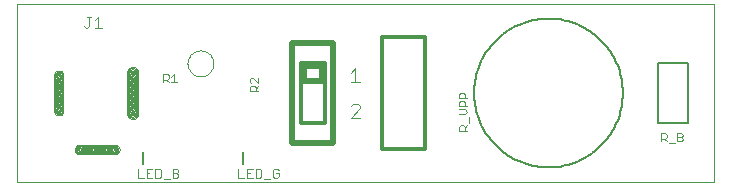
<source format=gto>
G75*
%MOIN*%
%OFA0B0*%
%FSLAX24Y24*%
%IPPOS*%
%LPD*%
%AMOC8*
5,1,8,0,0,1.08239X$1,22.5*
%
%ADD10C,0.0000*%
%ADD11C,0.0120*%
%ADD12C,0.0050*%
%ADD13C,0.0020*%
%ADD14C,0.0063*%
%ADD15C,0.0030*%
%ADD16C,0.0197*%
%ADD17C,0.0118*%
%ADD18C,0.0040*%
D10*
X001700Y000179D02*
X001700Y006084D01*
X024928Y006084D01*
X024928Y000179D01*
X001700Y000179D01*
X003610Y001242D02*
X003612Y001267D01*
X003618Y001291D01*
X003627Y001313D01*
X003640Y001334D01*
X003656Y001353D01*
X003675Y001369D01*
X003696Y001382D01*
X003718Y001391D01*
X003742Y001397D01*
X003767Y001399D01*
X003792Y001397D01*
X003816Y001391D01*
X003838Y001382D01*
X003859Y001369D01*
X003878Y001353D01*
X003894Y001334D01*
X003907Y001313D01*
X003916Y001291D01*
X003922Y001267D01*
X003924Y001242D01*
X003922Y001217D01*
X003916Y001193D01*
X003907Y001171D01*
X003894Y001150D01*
X003878Y001131D01*
X003859Y001115D01*
X003838Y001102D01*
X003816Y001093D01*
X003792Y001087D01*
X003767Y001085D01*
X003742Y001087D01*
X003718Y001093D01*
X003696Y001102D01*
X003675Y001115D01*
X003656Y001131D01*
X003640Y001150D01*
X003627Y001171D01*
X003618Y001193D01*
X003612Y001217D01*
X003610Y001242D01*
X003649Y001242D02*
X003651Y001267D01*
X003657Y001291D01*
X003666Y001313D01*
X003679Y001334D01*
X003695Y001353D01*
X003714Y001369D01*
X003735Y001382D01*
X003757Y001391D01*
X003781Y001397D01*
X003806Y001399D01*
X003831Y001397D01*
X003855Y001391D01*
X003877Y001382D01*
X003898Y001369D01*
X003917Y001353D01*
X003933Y001334D01*
X003946Y001313D01*
X003955Y001291D01*
X003961Y001267D01*
X003963Y001242D01*
X003961Y001217D01*
X003955Y001193D01*
X003946Y001171D01*
X003933Y001150D01*
X003917Y001131D01*
X003898Y001115D01*
X003877Y001102D01*
X003855Y001093D01*
X003831Y001087D01*
X003806Y001085D01*
X003781Y001087D01*
X003757Y001093D01*
X003735Y001102D01*
X003714Y001115D01*
X003695Y001131D01*
X003679Y001150D01*
X003666Y001171D01*
X003657Y001193D01*
X003651Y001217D01*
X003649Y001242D01*
X003688Y001242D02*
X003690Y001267D01*
X003696Y001291D01*
X003705Y001313D01*
X003718Y001334D01*
X003734Y001353D01*
X003753Y001369D01*
X003774Y001382D01*
X003796Y001391D01*
X003820Y001397D01*
X003845Y001399D01*
X003870Y001397D01*
X003894Y001391D01*
X003916Y001382D01*
X003937Y001369D01*
X003956Y001353D01*
X003972Y001334D01*
X003985Y001313D01*
X003994Y001291D01*
X004000Y001267D01*
X004002Y001242D01*
X004000Y001217D01*
X003994Y001193D01*
X003985Y001171D01*
X003972Y001150D01*
X003956Y001131D01*
X003937Y001115D01*
X003916Y001102D01*
X003894Y001093D01*
X003870Y001087D01*
X003845Y001085D01*
X003820Y001087D01*
X003796Y001093D01*
X003774Y001102D01*
X003753Y001115D01*
X003734Y001131D01*
X003718Y001150D01*
X003705Y001171D01*
X003696Y001193D01*
X003690Y001217D01*
X003688Y001242D01*
X003728Y001242D02*
X003730Y001267D01*
X003736Y001291D01*
X003745Y001313D01*
X003758Y001334D01*
X003774Y001353D01*
X003793Y001369D01*
X003814Y001382D01*
X003836Y001391D01*
X003860Y001397D01*
X003885Y001399D01*
X003910Y001397D01*
X003934Y001391D01*
X003956Y001382D01*
X003977Y001369D01*
X003996Y001353D01*
X004012Y001334D01*
X004025Y001313D01*
X004034Y001291D01*
X004040Y001267D01*
X004042Y001242D01*
X004040Y001217D01*
X004034Y001193D01*
X004025Y001171D01*
X004012Y001150D01*
X003996Y001131D01*
X003977Y001115D01*
X003956Y001102D01*
X003934Y001093D01*
X003910Y001087D01*
X003885Y001085D01*
X003860Y001087D01*
X003836Y001093D01*
X003814Y001102D01*
X003793Y001115D01*
X003774Y001131D01*
X003758Y001150D01*
X003745Y001171D01*
X003736Y001193D01*
X003730Y001217D01*
X003728Y001242D01*
X003767Y001242D02*
X003769Y001267D01*
X003775Y001291D01*
X003784Y001313D01*
X003797Y001334D01*
X003813Y001353D01*
X003832Y001369D01*
X003853Y001382D01*
X003875Y001391D01*
X003899Y001397D01*
X003924Y001399D01*
X003949Y001397D01*
X003973Y001391D01*
X003995Y001382D01*
X004016Y001369D01*
X004035Y001353D01*
X004051Y001334D01*
X004064Y001313D01*
X004073Y001291D01*
X004079Y001267D01*
X004081Y001242D01*
X004079Y001217D01*
X004073Y001193D01*
X004064Y001171D01*
X004051Y001150D01*
X004035Y001131D01*
X004016Y001115D01*
X003995Y001102D01*
X003973Y001093D01*
X003949Y001087D01*
X003924Y001085D01*
X003899Y001087D01*
X003875Y001093D01*
X003853Y001102D01*
X003832Y001115D01*
X003813Y001131D01*
X003797Y001150D01*
X003784Y001171D01*
X003775Y001193D01*
X003769Y001217D01*
X003767Y001242D01*
X003807Y001242D02*
X003809Y001267D01*
X003815Y001291D01*
X003824Y001313D01*
X003837Y001334D01*
X003853Y001353D01*
X003872Y001369D01*
X003893Y001382D01*
X003915Y001391D01*
X003939Y001397D01*
X003964Y001399D01*
X003989Y001397D01*
X004013Y001391D01*
X004035Y001382D01*
X004056Y001369D01*
X004075Y001353D01*
X004091Y001334D01*
X004104Y001313D01*
X004113Y001291D01*
X004119Y001267D01*
X004121Y001242D01*
X004119Y001217D01*
X004113Y001193D01*
X004104Y001171D01*
X004091Y001150D01*
X004075Y001131D01*
X004056Y001115D01*
X004035Y001102D01*
X004013Y001093D01*
X003989Y001087D01*
X003964Y001085D01*
X003939Y001087D01*
X003915Y001093D01*
X003893Y001102D01*
X003872Y001115D01*
X003853Y001131D01*
X003837Y001150D01*
X003824Y001171D01*
X003815Y001193D01*
X003809Y001217D01*
X003807Y001242D01*
X003846Y001242D02*
X003848Y001267D01*
X003854Y001291D01*
X003863Y001313D01*
X003876Y001334D01*
X003892Y001353D01*
X003911Y001369D01*
X003932Y001382D01*
X003954Y001391D01*
X003978Y001397D01*
X004003Y001399D01*
X004028Y001397D01*
X004052Y001391D01*
X004074Y001382D01*
X004095Y001369D01*
X004114Y001353D01*
X004130Y001334D01*
X004143Y001313D01*
X004152Y001291D01*
X004158Y001267D01*
X004160Y001242D01*
X004158Y001217D01*
X004152Y001193D01*
X004143Y001171D01*
X004130Y001150D01*
X004114Y001131D01*
X004095Y001115D01*
X004074Y001102D01*
X004052Y001093D01*
X004028Y001087D01*
X004003Y001085D01*
X003978Y001087D01*
X003954Y001093D01*
X003932Y001102D01*
X003911Y001115D01*
X003892Y001131D01*
X003876Y001150D01*
X003863Y001171D01*
X003854Y001193D01*
X003848Y001217D01*
X003846Y001242D01*
X003885Y001242D02*
X003887Y001267D01*
X003893Y001291D01*
X003902Y001313D01*
X003915Y001334D01*
X003931Y001353D01*
X003950Y001369D01*
X003971Y001382D01*
X003993Y001391D01*
X004017Y001397D01*
X004042Y001399D01*
X004067Y001397D01*
X004091Y001391D01*
X004113Y001382D01*
X004134Y001369D01*
X004153Y001353D01*
X004169Y001334D01*
X004182Y001313D01*
X004191Y001291D01*
X004197Y001267D01*
X004199Y001242D01*
X004197Y001217D01*
X004191Y001193D01*
X004182Y001171D01*
X004169Y001150D01*
X004153Y001131D01*
X004134Y001115D01*
X004113Y001102D01*
X004091Y001093D01*
X004067Y001087D01*
X004042Y001085D01*
X004017Y001087D01*
X003993Y001093D01*
X003971Y001102D01*
X003950Y001115D01*
X003931Y001131D01*
X003915Y001150D01*
X003902Y001171D01*
X003893Y001193D01*
X003887Y001217D01*
X003885Y001242D01*
X003925Y001242D02*
X003927Y001267D01*
X003933Y001291D01*
X003942Y001313D01*
X003955Y001334D01*
X003971Y001353D01*
X003990Y001369D01*
X004011Y001382D01*
X004033Y001391D01*
X004057Y001397D01*
X004082Y001399D01*
X004107Y001397D01*
X004131Y001391D01*
X004153Y001382D01*
X004174Y001369D01*
X004193Y001353D01*
X004209Y001334D01*
X004222Y001313D01*
X004231Y001291D01*
X004237Y001267D01*
X004239Y001242D01*
X004237Y001217D01*
X004231Y001193D01*
X004222Y001171D01*
X004209Y001150D01*
X004193Y001131D01*
X004174Y001115D01*
X004153Y001102D01*
X004131Y001093D01*
X004107Y001087D01*
X004082Y001085D01*
X004057Y001087D01*
X004033Y001093D01*
X004011Y001102D01*
X003990Y001115D01*
X003971Y001131D01*
X003955Y001150D01*
X003942Y001171D01*
X003933Y001193D01*
X003927Y001217D01*
X003925Y001242D01*
X003964Y001242D02*
X003966Y001267D01*
X003972Y001291D01*
X003981Y001313D01*
X003994Y001334D01*
X004010Y001353D01*
X004029Y001369D01*
X004050Y001382D01*
X004072Y001391D01*
X004096Y001397D01*
X004121Y001399D01*
X004146Y001397D01*
X004170Y001391D01*
X004192Y001382D01*
X004213Y001369D01*
X004232Y001353D01*
X004248Y001334D01*
X004261Y001313D01*
X004270Y001291D01*
X004276Y001267D01*
X004278Y001242D01*
X004276Y001217D01*
X004270Y001193D01*
X004261Y001171D01*
X004248Y001150D01*
X004232Y001131D01*
X004213Y001115D01*
X004192Y001102D01*
X004170Y001093D01*
X004146Y001087D01*
X004121Y001085D01*
X004096Y001087D01*
X004072Y001093D01*
X004050Y001102D01*
X004029Y001115D01*
X004010Y001131D01*
X003994Y001150D01*
X003981Y001171D01*
X003972Y001193D01*
X003966Y001217D01*
X003964Y001242D01*
X004003Y001242D02*
X004005Y001267D01*
X004011Y001291D01*
X004020Y001313D01*
X004033Y001334D01*
X004049Y001353D01*
X004068Y001369D01*
X004089Y001382D01*
X004111Y001391D01*
X004135Y001397D01*
X004160Y001399D01*
X004185Y001397D01*
X004209Y001391D01*
X004231Y001382D01*
X004252Y001369D01*
X004271Y001353D01*
X004287Y001334D01*
X004300Y001313D01*
X004309Y001291D01*
X004315Y001267D01*
X004317Y001242D01*
X004315Y001217D01*
X004309Y001193D01*
X004300Y001171D01*
X004287Y001150D01*
X004271Y001131D01*
X004252Y001115D01*
X004231Y001102D01*
X004209Y001093D01*
X004185Y001087D01*
X004160Y001085D01*
X004135Y001087D01*
X004111Y001093D01*
X004089Y001102D01*
X004068Y001115D01*
X004049Y001131D01*
X004033Y001150D01*
X004020Y001171D01*
X004011Y001193D01*
X004005Y001217D01*
X004003Y001242D01*
X004043Y001242D02*
X004045Y001267D01*
X004051Y001291D01*
X004060Y001313D01*
X004073Y001334D01*
X004089Y001353D01*
X004108Y001369D01*
X004129Y001382D01*
X004151Y001391D01*
X004175Y001397D01*
X004200Y001399D01*
X004225Y001397D01*
X004249Y001391D01*
X004271Y001382D01*
X004292Y001369D01*
X004311Y001353D01*
X004327Y001334D01*
X004340Y001313D01*
X004349Y001291D01*
X004355Y001267D01*
X004357Y001242D01*
X004355Y001217D01*
X004349Y001193D01*
X004340Y001171D01*
X004327Y001150D01*
X004311Y001131D01*
X004292Y001115D01*
X004271Y001102D01*
X004249Y001093D01*
X004225Y001087D01*
X004200Y001085D01*
X004175Y001087D01*
X004151Y001093D01*
X004129Y001102D01*
X004108Y001115D01*
X004089Y001131D01*
X004073Y001150D01*
X004060Y001171D01*
X004051Y001193D01*
X004045Y001217D01*
X004043Y001242D01*
X004082Y001242D02*
X004084Y001267D01*
X004090Y001291D01*
X004099Y001313D01*
X004112Y001334D01*
X004128Y001353D01*
X004147Y001369D01*
X004168Y001382D01*
X004190Y001391D01*
X004214Y001397D01*
X004239Y001399D01*
X004264Y001397D01*
X004288Y001391D01*
X004310Y001382D01*
X004331Y001369D01*
X004350Y001353D01*
X004366Y001334D01*
X004379Y001313D01*
X004388Y001291D01*
X004394Y001267D01*
X004396Y001242D01*
X004394Y001217D01*
X004388Y001193D01*
X004379Y001171D01*
X004366Y001150D01*
X004350Y001131D01*
X004331Y001115D01*
X004310Y001102D01*
X004288Y001093D01*
X004264Y001087D01*
X004239Y001085D01*
X004214Y001087D01*
X004190Y001093D01*
X004168Y001102D01*
X004147Y001115D01*
X004128Y001131D01*
X004112Y001150D01*
X004099Y001171D01*
X004090Y001193D01*
X004084Y001217D01*
X004082Y001242D01*
X004122Y001242D02*
X004124Y001267D01*
X004130Y001291D01*
X004139Y001313D01*
X004152Y001334D01*
X004168Y001353D01*
X004187Y001369D01*
X004208Y001382D01*
X004230Y001391D01*
X004254Y001397D01*
X004279Y001399D01*
X004304Y001397D01*
X004328Y001391D01*
X004350Y001382D01*
X004371Y001369D01*
X004390Y001353D01*
X004406Y001334D01*
X004419Y001313D01*
X004428Y001291D01*
X004434Y001267D01*
X004436Y001242D01*
X004434Y001217D01*
X004428Y001193D01*
X004419Y001171D01*
X004406Y001150D01*
X004390Y001131D01*
X004371Y001115D01*
X004350Y001102D01*
X004328Y001093D01*
X004304Y001087D01*
X004279Y001085D01*
X004254Y001087D01*
X004230Y001093D01*
X004208Y001102D01*
X004187Y001115D01*
X004168Y001131D01*
X004152Y001150D01*
X004139Y001171D01*
X004130Y001193D01*
X004124Y001217D01*
X004122Y001242D01*
X004161Y001242D02*
X004163Y001267D01*
X004169Y001291D01*
X004178Y001313D01*
X004191Y001334D01*
X004207Y001353D01*
X004226Y001369D01*
X004247Y001382D01*
X004269Y001391D01*
X004293Y001397D01*
X004318Y001399D01*
X004343Y001397D01*
X004367Y001391D01*
X004389Y001382D01*
X004410Y001369D01*
X004429Y001353D01*
X004445Y001334D01*
X004458Y001313D01*
X004467Y001291D01*
X004473Y001267D01*
X004475Y001242D01*
X004473Y001217D01*
X004467Y001193D01*
X004458Y001171D01*
X004445Y001150D01*
X004429Y001131D01*
X004410Y001115D01*
X004389Y001102D01*
X004367Y001093D01*
X004343Y001087D01*
X004318Y001085D01*
X004293Y001087D01*
X004269Y001093D01*
X004247Y001102D01*
X004226Y001115D01*
X004207Y001131D01*
X004191Y001150D01*
X004178Y001171D01*
X004169Y001193D01*
X004163Y001217D01*
X004161Y001242D01*
X004200Y001242D02*
X004202Y001267D01*
X004208Y001291D01*
X004217Y001313D01*
X004230Y001334D01*
X004246Y001353D01*
X004265Y001369D01*
X004286Y001382D01*
X004308Y001391D01*
X004332Y001397D01*
X004357Y001399D01*
X004382Y001397D01*
X004406Y001391D01*
X004428Y001382D01*
X004449Y001369D01*
X004468Y001353D01*
X004484Y001334D01*
X004497Y001313D01*
X004506Y001291D01*
X004512Y001267D01*
X004514Y001242D01*
X004512Y001217D01*
X004506Y001193D01*
X004497Y001171D01*
X004484Y001150D01*
X004468Y001131D01*
X004449Y001115D01*
X004428Y001102D01*
X004406Y001093D01*
X004382Y001087D01*
X004357Y001085D01*
X004332Y001087D01*
X004308Y001093D01*
X004286Y001102D01*
X004265Y001115D01*
X004246Y001131D01*
X004230Y001150D01*
X004217Y001171D01*
X004208Y001193D01*
X004202Y001217D01*
X004200Y001242D01*
X004240Y001242D02*
X004242Y001267D01*
X004248Y001291D01*
X004257Y001313D01*
X004270Y001334D01*
X004286Y001353D01*
X004305Y001369D01*
X004326Y001382D01*
X004348Y001391D01*
X004372Y001397D01*
X004397Y001399D01*
X004422Y001397D01*
X004446Y001391D01*
X004468Y001382D01*
X004489Y001369D01*
X004508Y001353D01*
X004524Y001334D01*
X004537Y001313D01*
X004546Y001291D01*
X004552Y001267D01*
X004554Y001242D01*
X004552Y001217D01*
X004546Y001193D01*
X004537Y001171D01*
X004524Y001150D01*
X004508Y001131D01*
X004489Y001115D01*
X004468Y001102D01*
X004446Y001093D01*
X004422Y001087D01*
X004397Y001085D01*
X004372Y001087D01*
X004348Y001093D01*
X004326Y001102D01*
X004305Y001115D01*
X004286Y001131D01*
X004270Y001150D01*
X004257Y001171D01*
X004248Y001193D01*
X004242Y001217D01*
X004240Y001242D01*
X004279Y001242D02*
X004281Y001267D01*
X004287Y001291D01*
X004296Y001313D01*
X004309Y001334D01*
X004325Y001353D01*
X004344Y001369D01*
X004365Y001382D01*
X004387Y001391D01*
X004411Y001397D01*
X004436Y001399D01*
X004461Y001397D01*
X004485Y001391D01*
X004507Y001382D01*
X004528Y001369D01*
X004547Y001353D01*
X004563Y001334D01*
X004576Y001313D01*
X004585Y001291D01*
X004591Y001267D01*
X004593Y001242D01*
X004591Y001217D01*
X004585Y001193D01*
X004576Y001171D01*
X004563Y001150D01*
X004547Y001131D01*
X004528Y001115D01*
X004507Y001102D01*
X004485Y001093D01*
X004461Y001087D01*
X004436Y001085D01*
X004411Y001087D01*
X004387Y001093D01*
X004365Y001102D01*
X004344Y001115D01*
X004325Y001131D01*
X004309Y001150D01*
X004296Y001171D01*
X004287Y001193D01*
X004281Y001217D01*
X004279Y001242D01*
X004318Y001242D02*
X004320Y001267D01*
X004326Y001291D01*
X004335Y001313D01*
X004348Y001334D01*
X004364Y001353D01*
X004383Y001369D01*
X004404Y001382D01*
X004426Y001391D01*
X004450Y001397D01*
X004475Y001399D01*
X004500Y001397D01*
X004524Y001391D01*
X004546Y001382D01*
X004567Y001369D01*
X004586Y001353D01*
X004602Y001334D01*
X004615Y001313D01*
X004624Y001291D01*
X004630Y001267D01*
X004632Y001242D01*
X004630Y001217D01*
X004624Y001193D01*
X004615Y001171D01*
X004602Y001150D01*
X004586Y001131D01*
X004567Y001115D01*
X004546Y001102D01*
X004524Y001093D01*
X004500Y001087D01*
X004475Y001085D01*
X004450Y001087D01*
X004426Y001093D01*
X004404Y001102D01*
X004383Y001115D01*
X004364Y001131D01*
X004348Y001150D01*
X004335Y001171D01*
X004326Y001193D01*
X004320Y001217D01*
X004318Y001242D01*
X004358Y001242D02*
X004360Y001267D01*
X004366Y001291D01*
X004375Y001313D01*
X004388Y001334D01*
X004404Y001353D01*
X004423Y001369D01*
X004444Y001382D01*
X004466Y001391D01*
X004490Y001397D01*
X004515Y001399D01*
X004540Y001397D01*
X004564Y001391D01*
X004586Y001382D01*
X004607Y001369D01*
X004626Y001353D01*
X004642Y001334D01*
X004655Y001313D01*
X004664Y001291D01*
X004670Y001267D01*
X004672Y001242D01*
X004670Y001217D01*
X004664Y001193D01*
X004655Y001171D01*
X004642Y001150D01*
X004626Y001131D01*
X004607Y001115D01*
X004586Y001102D01*
X004564Y001093D01*
X004540Y001087D01*
X004515Y001085D01*
X004490Y001087D01*
X004466Y001093D01*
X004444Y001102D01*
X004423Y001115D01*
X004404Y001131D01*
X004388Y001150D01*
X004375Y001171D01*
X004366Y001193D01*
X004360Y001217D01*
X004358Y001242D01*
X004397Y001242D02*
X004399Y001267D01*
X004405Y001291D01*
X004414Y001313D01*
X004427Y001334D01*
X004443Y001353D01*
X004462Y001369D01*
X004483Y001382D01*
X004505Y001391D01*
X004529Y001397D01*
X004554Y001399D01*
X004579Y001397D01*
X004603Y001391D01*
X004625Y001382D01*
X004646Y001369D01*
X004665Y001353D01*
X004681Y001334D01*
X004694Y001313D01*
X004703Y001291D01*
X004709Y001267D01*
X004711Y001242D01*
X004709Y001217D01*
X004703Y001193D01*
X004694Y001171D01*
X004681Y001150D01*
X004665Y001131D01*
X004646Y001115D01*
X004625Y001102D01*
X004603Y001093D01*
X004579Y001087D01*
X004554Y001085D01*
X004529Y001087D01*
X004505Y001093D01*
X004483Y001102D01*
X004462Y001115D01*
X004443Y001131D01*
X004427Y001150D01*
X004414Y001171D01*
X004405Y001193D01*
X004399Y001217D01*
X004397Y001242D01*
X004437Y001242D02*
X004439Y001267D01*
X004445Y001291D01*
X004454Y001313D01*
X004467Y001334D01*
X004483Y001353D01*
X004502Y001369D01*
X004523Y001382D01*
X004545Y001391D01*
X004569Y001397D01*
X004594Y001399D01*
X004619Y001397D01*
X004643Y001391D01*
X004665Y001382D01*
X004686Y001369D01*
X004705Y001353D01*
X004721Y001334D01*
X004734Y001313D01*
X004743Y001291D01*
X004749Y001267D01*
X004751Y001242D01*
X004749Y001217D01*
X004743Y001193D01*
X004734Y001171D01*
X004721Y001150D01*
X004705Y001131D01*
X004686Y001115D01*
X004665Y001102D01*
X004643Y001093D01*
X004619Y001087D01*
X004594Y001085D01*
X004569Y001087D01*
X004545Y001093D01*
X004523Y001102D01*
X004502Y001115D01*
X004483Y001131D01*
X004467Y001150D01*
X004454Y001171D01*
X004445Y001193D01*
X004439Y001217D01*
X004437Y001242D01*
X004476Y001242D02*
X004478Y001267D01*
X004484Y001291D01*
X004493Y001313D01*
X004506Y001334D01*
X004522Y001353D01*
X004541Y001369D01*
X004562Y001382D01*
X004584Y001391D01*
X004608Y001397D01*
X004633Y001399D01*
X004658Y001397D01*
X004682Y001391D01*
X004704Y001382D01*
X004725Y001369D01*
X004744Y001353D01*
X004760Y001334D01*
X004773Y001313D01*
X004782Y001291D01*
X004788Y001267D01*
X004790Y001242D01*
X004788Y001217D01*
X004782Y001193D01*
X004773Y001171D01*
X004760Y001150D01*
X004744Y001131D01*
X004725Y001115D01*
X004704Y001102D01*
X004682Y001093D01*
X004658Y001087D01*
X004633Y001085D01*
X004608Y001087D01*
X004584Y001093D01*
X004562Y001102D01*
X004541Y001115D01*
X004522Y001131D01*
X004506Y001150D01*
X004493Y001171D01*
X004484Y001193D01*
X004478Y001217D01*
X004476Y001242D01*
X004515Y001242D02*
X004517Y001267D01*
X004523Y001291D01*
X004532Y001313D01*
X004545Y001334D01*
X004561Y001353D01*
X004580Y001369D01*
X004601Y001382D01*
X004623Y001391D01*
X004647Y001397D01*
X004672Y001399D01*
X004697Y001397D01*
X004721Y001391D01*
X004743Y001382D01*
X004764Y001369D01*
X004783Y001353D01*
X004799Y001334D01*
X004812Y001313D01*
X004821Y001291D01*
X004827Y001267D01*
X004829Y001242D01*
X004827Y001217D01*
X004821Y001193D01*
X004812Y001171D01*
X004799Y001150D01*
X004783Y001131D01*
X004764Y001115D01*
X004743Y001102D01*
X004721Y001093D01*
X004697Y001087D01*
X004672Y001085D01*
X004647Y001087D01*
X004623Y001093D01*
X004601Y001102D01*
X004580Y001115D01*
X004561Y001131D01*
X004545Y001150D01*
X004532Y001171D01*
X004523Y001193D01*
X004517Y001217D01*
X004515Y001242D01*
X004555Y001242D02*
X004557Y001267D01*
X004563Y001291D01*
X004572Y001313D01*
X004585Y001334D01*
X004601Y001353D01*
X004620Y001369D01*
X004641Y001382D01*
X004663Y001391D01*
X004687Y001397D01*
X004712Y001399D01*
X004737Y001397D01*
X004761Y001391D01*
X004783Y001382D01*
X004804Y001369D01*
X004823Y001353D01*
X004839Y001334D01*
X004852Y001313D01*
X004861Y001291D01*
X004867Y001267D01*
X004869Y001242D01*
X004867Y001217D01*
X004861Y001193D01*
X004852Y001171D01*
X004839Y001150D01*
X004823Y001131D01*
X004804Y001115D01*
X004783Y001102D01*
X004761Y001093D01*
X004737Y001087D01*
X004712Y001085D01*
X004687Y001087D01*
X004663Y001093D01*
X004641Y001102D01*
X004620Y001115D01*
X004601Y001131D01*
X004585Y001150D01*
X004572Y001171D01*
X004563Y001193D01*
X004557Y001217D01*
X004555Y001242D01*
X004594Y001242D02*
X004596Y001267D01*
X004602Y001291D01*
X004611Y001313D01*
X004624Y001334D01*
X004640Y001353D01*
X004659Y001369D01*
X004680Y001382D01*
X004702Y001391D01*
X004726Y001397D01*
X004751Y001399D01*
X004776Y001397D01*
X004800Y001391D01*
X004822Y001382D01*
X004843Y001369D01*
X004862Y001353D01*
X004878Y001334D01*
X004891Y001313D01*
X004900Y001291D01*
X004906Y001267D01*
X004908Y001242D01*
X004906Y001217D01*
X004900Y001193D01*
X004891Y001171D01*
X004878Y001150D01*
X004862Y001131D01*
X004843Y001115D01*
X004822Y001102D01*
X004800Y001093D01*
X004776Y001087D01*
X004751Y001085D01*
X004726Y001087D01*
X004702Y001093D01*
X004680Y001102D01*
X004659Y001115D01*
X004640Y001131D01*
X004624Y001150D01*
X004611Y001171D01*
X004602Y001193D01*
X004596Y001217D01*
X004594Y001242D01*
X004633Y001242D02*
X004635Y001267D01*
X004641Y001291D01*
X004650Y001313D01*
X004663Y001334D01*
X004679Y001353D01*
X004698Y001369D01*
X004719Y001382D01*
X004741Y001391D01*
X004765Y001397D01*
X004790Y001399D01*
X004815Y001397D01*
X004839Y001391D01*
X004861Y001382D01*
X004882Y001369D01*
X004901Y001353D01*
X004917Y001334D01*
X004930Y001313D01*
X004939Y001291D01*
X004945Y001267D01*
X004947Y001242D01*
X004945Y001217D01*
X004939Y001193D01*
X004930Y001171D01*
X004917Y001150D01*
X004901Y001131D01*
X004882Y001115D01*
X004861Y001102D01*
X004839Y001093D01*
X004815Y001087D01*
X004790Y001085D01*
X004765Y001087D01*
X004741Y001093D01*
X004719Y001102D01*
X004698Y001115D01*
X004679Y001131D01*
X004663Y001150D01*
X004650Y001171D01*
X004641Y001193D01*
X004635Y001217D01*
X004633Y001242D01*
X004673Y001242D02*
X004675Y001267D01*
X004681Y001291D01*
X004690Y001313D01*
X004703Y001334D01*
X004719Y001353D01*
X004738Y001369D01*
X004759Y001382D01*
X004781Y001391D01*
X004805Y001397D01*
X004830Y001399D01*
X004855Y001397D01*
X004879Y001391D01*
X004901Y001382D01*
X004922Y001369D01*
X004941Y001353D01*
X004957Y001334D01*
X004970Y001313D01*
X004979Y001291D01*
X004985Y001267D01*
X004987Y001242D01*
X004985Y001217D01*
X004979Y001193D01*
X004970Y001171D01*
X004957Y001150D01*
X004941Y001131D01*
X004922Y001115D01*
X004901Y001102D01*
X004879Y001093D01*
X004855Y001087D01*
X004830Y001085D01*
X004805Y001087D01*
X004781Y001093D01*
X004759Y001102D01*
X004738Y001115D01*
X004719Y001131D01*
X004703Y001150D01*
X004690Y001171D01*
X004681Y001193D01*
X004675Y001217D01*
X004673Y001242D01*
X004712Y001242D02*
X004714Y001267D01*
X004720Y001291D01*
X004729Y001313D01*
X004742Y001334D01*
X004758Y001353D01*
X004777Y001369D01*
X004798Y001382D01*
X004820Y001391D01*
X004844Y001397D01*
X004869Y001399D01*
X004894Y001397D01*
X004918Y001391D01*
X004940Y001382D01*
X004961Y001369D01*
X004980Y001353D01*
X004996Y001334D01*
X005009Y001313D01*
X005018Y001291D01*
X005024Y001267D01*
X005026Y001242D01*
X005024Y001217D01*
X005018Y001193D01*
X005009Y001171D01*
X004996Y001150D01*
X004980Y001131D01*
X004961Y001115D01*
X004940Y001102D01*
X004918Y001093D01*
X004894Y001087D01*
X004869Y001085D01*
X004844Y001087D01*
X004820Y001093D01*
X004798Y001102D01*
X004777Y001115D01*
X004758Y001131D01*
X004742Y001150D01*
X004729Y001171D01*
X004720Y001193D01*
X004714Y001217D01*
X004712Y001242D01*
X004751Y001242D02*
X004753Y001267D01*
X004759Y001291D01*
X004768Y001313D01*
X004781Y001334D01*
X004797Y001353D01*
X004816Y001369D01*
X004837Y001382D01*
X004859Y001391D01*
X004883Y001397D01*
X004908Y001399D01*
X004933Y001397D01*
X004957Y001391D01*
X004979Y001382D01*
X005000Y001369D01*
X005019Y001353D01*
X005035Y001334D01*
X005048Y001313D01*
X005057Y001291D01*
X005063Y001267D01*
X005065Y001242D01*
X005063Y001217D01*
X005057Y001193D01*
X005048Y001171D01*
X005035Y001150D01*
X005019Y001131D01*
X005000Y001115D01*
X004979Y001102D01*
X004957Y001093D01*
X004933Y001087D01*
X004908Y001085D01*
X004883Y001087D01*
X004859Y001093D01*
X004837Y001102D01*
X004816Y001115D01*
X004797Y001131D01*
X004781Y001150D01*
X004768Y001171D01*
X004759Y001193D01*
X004753Y001217D01*
X004751Y001242D01*
X004791Y001242D02*
X004793Y001267D01*
X004799Y001291D01*
X004808Y001313D01*
X004821Y001334D01*
X004837Y001353D01*
X004856Y001369D01*
X004877Y001382D01*
X004899Y001391D01*
X004923Y001397D01*
X004948Y001399D01*
X004973Y001397D01*
X004997Y001391D01*
X005019Y001382D01*
X005040Y001369D01*
X005059Y001353D01*
X005075Y001334D01*
X005088Y001313D01*
X005097Y001291D01*
X005103Y001267D01*
X005105Y001242D01*
X005103Y001217D01*
X005097Y001193D01*
X005088Y001171D01*
X005075Y001150D01*
X005059Y001131D01*
X005040Y001115D01*
X005019Y001102D01*
X004997Y001093D01*
X004973Y001087D01*
X004948Y001085D01*
X004923Y001087D01*
X004899Y001093D01*
X004877Y001102D01*
X004856Y001115D01*
X004837Y001131D01*
X004821Y001150D01*
X004808Y001171D01*
X004799Y001193D01*
X004793Y001217D01*
X004791Y001242D01*
X005341Y002462D02*
X005343Y002489D01*
X005349Y002516D01*
X005358Y002542D01*
X005371Y002566D01*
X005387Y002589D01*
X005406Y002608D01*
X005428Y002625D01*
X005452Y002639D01*
X005477Y002649D01*
X005504Y002656D01*
X005531Y002659D01*
X005559Y002658D01*
X005586Y002653D01*
X005612Y002645D01*
X005636Y002633D01*
X005659Y002617D01*
X005680Y002599D01*
X005697Y002578D01*
X005712Y002554D01*
X005723Y002529D01*
X005731Y002503D01*
X005735Y002476D01*
X005735Y002448D01*
X005731Y002421D01*
X005723Y002395D01*
X005712Y002370D01*
X005697Y002346D01*
X005680Y002325D01*
X005659Y002307D01*
X005637Y002291D01*
X005612Y002279D01*
X005586Y002271D01*
X005559Y002266D01*
X005531Y002265D01*
X005504Y002268D01*
X005477Y002275D01*
X005452Y002285D01*
X005428Y002299D01*
X005406Y002316D01*
X005387Y002335D01*
X005371Y002358D01*
X005358Y002382D01*
X005349Y002408D01*
X005343Y002435D01*
X005341Y002462D01*
X005341Y002502D02*
X005343Y002529D01*
X005349Y002556D01*
X005358Y002582D01*
X005371Y002606D01*
X005387Y002629D01*
X005406Y002648D01*
X005428Y002665D01*
X005452Y002679D01*
X005477Y002689D01*
X005504Y002696D01*
X005531Y002699D01*
X005559Y002698D01*
X005586Y002693D01*
X005612Y002685D01*
X005636Y002673D01*
X005659Y002657D01*
X005680Y002639D01*
X005697Y002618D01*
X005712Y002594D01*
X005723Y002569D01*
X005731Y002543D01*
X005735Y002516D01*
X005735Y002488D01*
X005731Y002461D01*
X005723Y002435D01*
X005712Y002410D01*
X005697Y002386D01*
X005680Y002365D01*
X005659Y002347D01*
X005637Y002331D01*
X005612Y002319D01*
X005586Y002311D01*
X005559Y002306D01*
X005531Y002305D01*
X005504Y002308D01*
X005477Y002315D01*
X005452Y002325D01*
X005428Y002339D01*
X005406Y002356D01*
X005387Y002375D01*
X005371Y002398D01*
X005358Y002422D01*
X005349Y002448D01*
X005343Y002475D01*
X005341Y002502D01*
X005341Y002541D02*
X005343Y002568D01*
X005349Y002595D01*
X005358Y002621D01*
X005371Y002645D01*
X005387Y002668D01*
X005406Y002687D01*
X005428Y002704D01*
X005452Y002718D01*
X005477Y002728D01*
X005504Y002735D01*
X005531Y002738D01*
X005559Y002737D01*
X005586Y002732D01*
X005612Y002724D01*
X005636Y002712D01*
X005659Y002696D01*
X005680Y002678D01*
X005697Y002657D01*
X005712Y002633D01*
X005723Y002608D01*
X005731Y002582D01*
X005735Y002555D01*
X005735Y002527D01*
X005731Y002500D01*
X005723Y002474D01*
X005712Y002449D01*
X005697Y002425D01*
X005680Y002404D01*
X005659Y002386D01*
X005637Y002370D01*
X005612Y002358D01*
X005586Y002350D01*
X005559Y002345D01*
X005531Y002344D01*
X005504Y002347D01*
X005477Y002354D01*
X005452Y002364D01*
X005428Y002378D01*
X005406Y002395D01*
X005387Y002414D01*
X005371Y002437D01*
X005358Y002461D01*
X005349Y002487D01*
X005343Y002514D01*
X005341Y002541D01*
X005341Y002580D02*
X005343Y002607D01*
X005349Y002634D01*
X005358Y002660D01*
X005371Y002684D01*
X005387Y002707D01*
X005406Y002726D01*
X005428Y002743D01*
X005452Y002757D01*
X005477Y002767D01*
X005504Y002774D01*
X005531Y002777D01*
X005559Y002776D01*
X005586Y002771D01*
X005612Y002763D01*
X005636Y002751D01*
X005659Y002735D01*
X005680Y002717D01*
X005697Y002696D01*
X005712Y002672D01*
X005723Y002647D01*
X005731Y002621D01*
X005735Y002594D01*
X005735Y002566D01*
X005731Y002539D01*
X005723Y002513D01*
X005712Y002488D01*
X005697Y002464D01*
X005680Y002443D01*
X005659Y002425D01*
X005637Y002409D01*
X005612Y002397D01*
X005586Y002389D01*
X005559Y002384D01*
X005531Y002383D01*
X005504Y002386D01*
X005477Y002393D01*
X005452Y002403D01*
X005428Y002417D01*
X005406Y002434D01*
X005387Y002453D01*
X005371Y002476D01*
X005358Y002500D01*
X005349Y002526D01*
X005343Y002553D01*
X005341Y002580D01*
X005341Y002620D02*
X005343Y002647D01*
X005349Y002674D01*
X005358Y002700D01*
X005371Y002724D01*
X005387Y002747D01*
X005406Y002766D01*
X005428Y002783D01*
X005452Y002797D01*
X005477Y002807D01*
X005504Y002814D01*
X005531Y002817D01*
X005559Y002816D01*
X005586Y002811D01*
X005612Y002803D01*
X005636Y002791D01*
X005659Y002775D01*
X005680Y002757D01*
X005697Y002736D01*
X005712Y002712D01*
X005723Y002687D01*
X005731Y002661D01*
X005735Y002634D01*
X005735Y002606D01*
X005731Y002579D01*
X005723Y002553D01*
X005712Y002528D01*
X005697Y002504D01*
X005680Y002483D01*
X005659Y002465D01*
X005637Y002449D01*
X005612Y002437D01*
X005586Y002429D01*
X005559Y002424D01*
X005531Y002423D01*
X005504Y002426D01*
X005477Y002433D01*
X005452Y002443D01*
X005428Y002457D01*
X005406Y002474D01*
X005387Y002493D01*
X005371Y002516D01*
X005358Y002540D01*
X005349Y002566D01*
X005343Y002593D01*
X005341Y002620D01*
X005341Y002659D02*
X005343Y002686D01*
X005349Y002713D01*
X005358Y002739D01*
X005371Y002763D01*
X005387Y002786D01*
X005406Y002805D01*
X005428Y002822D01*
X005452Y002836D01*
X005477Y002846D01*
X005504Y002853D01*
X005531Y002856D01*
X005559Y002855D01*
X005586Y002850D01*
X005612Y002842D01*
X005636Y002830D01*
X005659Y002814D01*
X005680Y002796D01*
X005697Y002775D01*
X005712Y002751D01*
X005723Y002726D01*
X005731Y002700D01*
X005735Y002673D01*
X005735Y002645D01*
X005731Y002618D01*
X005723Y002592D01*
X005712Y002567D01*
X005697Y002543D01*
X005680Y002522D01*
X005659Y002504D01*
X005637Y002488D01*
X005612Y002476D01*
X005586Y002468D01*
X005559Y002463D01*
X005531Y002462D01*
X005504Y002465D01*
X005477Y002472D01*
X005452Y002482D01*
X005428Y002496D01*
X005406Y002513D01*
X005387Y002532D01*
X005371Y002555D01*
X005358Y002579D01*
X005349Y002605D01*
X005343Y002632D01*
X005341Y002659D01*
X005341Y002698D02*
X005343Y002725D01*
X005349Y002752D01*
X005358Y002778D01*
X005371Y002802D01*
X005387Y002825D01*
X005406Y002844D01*
X005428Y002861D01*
X005452Y002875D01*
X005477Y002885D01*
X005504Y002892D01*
X005531Y002895D01*
X005559Y002894D01*
X005586Y002889D01*
X005612Y002881D01*
X005636Y002869D01*
X005659Y002853D01*
X005680Y002835D01*
X005697Y002814D01*
X005712Y002790D01*
X005723Y002765D01*
X005731Y002739D01*
X005735Y002712D01*
X005735Y002684D01*
X005731Y002657D01*
X005723Y002631D01*
X005712Y002606D01*
X005697Y002582D01*
X005680Y002561D01*
X005659Y002543D01*
X005637Y002527D01*
X005612Y002515D01*
X005586Y002507D01*
X005559Y002502D01*
X005531Y002501D01*
X005504Y002504D01*
X005477Y002511D01*
X005452Y002521D01*
X005428Y002535D01*
X005406Y002552D01*
X005387Y002571D01*
X005371Y002594D01*
X005358Y002618D01*
X005349Y002644D01*
X005343Y002671D01*
X005341Y002698D01*
X005341Y002738D02*
X005343Y002765D01*
X005349Y002792D01*
X005358Y002818D01*
X005371Y002842D01*
X005387Y002865D01*
X005406Y002884D01*
X005428Y002901D01*
X005452Y002915D01*
X005477Y002925D01*
X005504Y002932D01*
X005531Y002935D01*
X005559Y002934D01*
X005586Y002929D01*
X005612Y002921D01*
X005636Y002909D01*
X005659Y002893D01*
X005680Y002875D01*
X005697Y002854D01*
X005712Y002830D01*
X005723Y002805D01*
X005731Y002779D01*
X005735Y002752D01*
X005735Y002724D01*
X005731Y002697D01*
X005723Y002671D01*
X005712Y002646D01*
X005697Y002622D01*
X005680Y002601D01*
X005659Y002583D01*
X005637Y002567D01*
X005612Y002555D01*
X005586Y002547D01*
X005559Y002542D01*
X005531Y002541D01*
X005504Y002544D01*
X005477Y002551D01*
X005452Y002561D01*
X005428Y002575D01*
X005406Y002592D01*
X005387Y002611D01*
X005371Y002634D01*
X005358Y002658D01*
X005349Y002684D01*
X005343Y002711D01*
X005341Y002738D01*
X005341Y002777D02*
X005343Y002804D01*
X005349Y002831D01*
X005358Y002857D01*
X005371Y002881D01*
X005387Y002904D01*
X005406Y002923D01*
X005428Y002940D01*
X005452Y002954D01*
X005477Y002964D01*
X005504Y002971D01*
X005531Y002974D01*
X005559Y002973D01*
X005586Y002968D01*
X005612Y002960D01*
X005636Y002948D01*
X005659Y002932D01*
X005680Y002914D01*
X005697Y002893D01*
X005712Y002869D01*
X005723Y002844D01*
X005731Y002818D01*
X005735Y002791D01*
X005735Y002763D01*
X005731Y002736D01*
X005723Y002710D01*
X005712Y002685D01*
X005697Y002661D01*
X005680Y002640D01*
X005659Y002622D01*
X005637Y002606D01*
X005612Y002594D01*
X005586Y002586D01*
X005559Y002581D01*
X005531Y002580D01*
X005504Y002583D01*
X005477Y002590D01*
X005452Y002600D01*
X005428Y002614D01*
X005406Y002631D01*
X005387Y002650D01*
X005371Y002673D01*
X005358Y002697D01*
X005349Y002723D01*
X005343Y002750D01*
X005341Y002777D01*
X005341Y002817D02*
X005343Y002844D01*
X005349Y002871D01*
X005358Y002897D01*
X005371Y002921D01*
X005387Y002944D01*
X005406Y002963D01*
X005428Y002980D01*
X005452Y002994D01*
X005477Y003004D01*
X005504Y003011D01*
X005531Y003014D01*
X005559Y003013D01*
X005586Y003008D01*
X005612Y003000D01*
X005636Y002988D01*
X005659Y002972D01*
X005680Y002954D01*
X005697Y002933D01*
X005712Y002909D01*
X005723Y002884D01*
X005731Y002858D01*
X005735Y002831D01*
X005735Y002803D01*
X005731Y002776D01*
X005723Y002750D01*
X005712Y002725D01*
X005697Y002701D01*
X005680Y002680D01*
X005659Y002662D01*
X005637Y002646D01*
X005612Y002634D01*
X005586Y002626D01*
X005559Y002621D01*
X005531Y002620D01*
X005504Y002623D01*
X005477Y002630D01*
X005452Y002640D01*
X005428Y002654D01*
X005406Y002671D01*
X005387Y002690D01*
X005371Y002713D01*
X005358Y002737D01*
X005349Y002763D01*
X005343Y002790D01*
X005341Y002817D01*
X005341Y002856D02*
X005343Y002883D01*
X005349Y002910D01*
X005358Y002936D01*
X005371Y002960D01*
X005387Y002983D01*
X005406Y003002D01*
X005428Y003019D01*
X005452Y003033D01*
X005477Y003043D01*
X005504Y003050D01*
X005531Y003053D01*
X005559Y003052D01*
X005586Y003047D01*
X005612Y003039D01*
X005636Y003027D01*
X005659Y003011D01*
X005680Y002993D01*
X005697Y002972D01*
X005712Y002948D01*
X005723Y002923D01*
X005731Y002897D01*
X005735Y002870D01*
X005735Y002842D01*
X005731Y002815D01*
X005723Y002789D01*
X005712Y002764D01*
X005697Y002740D01*
X005680Y002719D01*
X005659Y002701D01*
X005637Y002685D01*
X005612Y002673D01*
X005586Y002665D01*
X005559Y002660D01*
X005531Y002659D01*
X005504Y002662D01*
X005477Y002669D01*
X005452Y002679D01*
X005428Y002693D01*
X005406Y002710D01*
X005387Y002729D01*
X005371Y002752D01*
X005358Y002776D01*
X005349Y002802D01*
X005343Y002829D01*
X005341Y002856D01*
X005341Y002895D02*
X005343Y002922D01*
X005349Y002949D01*
X005358Y002975D01*
X005371Y002999D01*
X005387Y003022D01*
X005406Y003041D01*
X005428Y003058D01*
X005452Y003072D01*
X005477Y003082D01*
X005504Y003089D01*
X005531Y003092D01*
X005559Y003091D01*
X005586Y003086D01*
X005612Y003078D01*
X005636Y003066D01*
X005659Y003050D01*
X005680Y003032D01*
X005697Y003011D01*
X005712Y002987D01*
X005723Y002962D01*
X005731Y002936D01*
X005735Y002909D01*
X005735Y002881D01*
X005731Y002854D01*
X005723Y002828D01*
X005712Y002803D01*
X005697Y002779D01*
X005680Y002758D01*
X005659Y002740D01*
X005637Y002724D01*
X005612Y002712D01*
X005586Y002704D01*
X005559Y002699D01*
X005531Y002698D01*
X005504Y002701D01*
X005477Y002708D01*
X005452Y002718D01*
X005428Y002732D01*
X005406Y002749D01*
X005387Y002768D01*
X005371Y002791D01*
X005358Y002815D01*
X005349Y002841D01*
X005343Y002868D01*
X005341Y002895D01*
X005341Y002935D02*
X005343Y002962D01*
X005349Y002989D01*
X005358Y003015D01*
X005371Y003039D01*
X005387Y003062D01*
X005406Y003081D01*
X005428Y003098D01*
X005452Y003112D01*
X005477Y003122D01*
X005504Y003129D01*
X005531Y003132D01*
X005559Y003131D01*
X005586Y003126D01*
X005612Y003118D01*
X005636Y003106D01*
X005659Y003090D01*
X005680Y003072D01*
X005697Y003051D01*
X005712Y003027D01*
X005723Y003002D01*
X005731Y002976D01*
X005735Y002949D01*
X005735Y002921D01*
X005731Y002894D01*
X005723Y002868D01*
X005712Y002843D01*
X005697Y002819D01*
X005680Y002798D01*
X005659Y002780D01*
X005637Y002764D01*
X005612Y002752D01*
X005586Y002744D01*
X005559Y002739D01*
X005531Y002738D01*
X005504Y002741D01*
X005477Y002748D01*
X005452Y002758D01*
X005428Y002772D01*
X005406Y002789D01*
X005387Y002808D01*
X005371Y002831D01*
X005358Y002855D01*
X005349Y002881D01*
X005343Y002908D01*
X005341Y002935D01*
X005341Y002974D02*
X005343Y003001D01*
X005349Y003028D01*
X005358Y003054D01*
X005371Y003078D01*
X005387Y003101D01*
X005406Y003120D01*
X005428Y003137D01*
X005452Y003151D01*
X005477Y003161D01*
X005504Y003168D01*
X005531Y003171D01*
X005559Y003170D01*
X005586Y003165D01*
X005612Y003157D01*
X005636Y003145D01*
X005659Y003129D01*
X005680Y003111D01*
X005697Y003090D01*
X005712Y003066D01*
X005723Y003041D01*
X005731Y003015D01*
X005735Y002988D01*
X005735Y002960D01*
X005731Y002933D01*
X005723Y002907D01*
X005712Y002882D01*
X005697Y002858D01*
X005680Y002837D01*
X005659Y002819D01*
X005637Y002803D01*
X005612Y002791D01*
X005586Y002783D01*
X005559Y002778D01*
X005531Y002777D01*
X005504Y002780D01*
X005477Y002787D01*
X005452Y002797D01*
X005428Y002811D01*
X005406Y002828D01*
X005387Y002847D01*
X005371Y002870D01*
X005358Y002894D01*
X005349Y002920D01*
X005343Y002947D01*
X005341Y002974D01*
X005341Y003013D02*
X005343Y003040D01*
X005349Y003067D01*
X005358Y003093D01*
X005371Y003117D01*
X005387Y003140D01*
X005406Y003159D01*
X005428Y003176D01*
X005452Y003190D01*
X005477Y003200D01*
X005504Y003207D01*
X005531Y003210D01*
X005559Y003209D01*
X005586Y003204D01*
X005612Y003196D01*
X005636Y003184D01*
X005659Y003168D01*
X005680Y003150D01*
X005697Y003129D01*
X005712Y003105D01*
X005723Y003080D01*
X005731Y003054D01*
X005735Y003027D01*
X005735Y002999D01*
X005731Y002972D01*
X005723Y002946D01*
X005712Y002921D01*
X005697Y002897D01*
X005680Y002876D01*
X005659Y002858D01*
X005637Y002842D01*
X005612Y002830D01*
X005586Y002822D01*
X005559Y002817D01*
X005531Y002816D01*
X005504Y002819D01*
X005477Y002826D01*
X005452Y002836D01*
X005428Y002850D01*
X005406Y002867D01*
X005387Y002886D01*
X005371Y002909D01*
X005358Y002933D01*
X005349Y002959D01*
X005343Y002986D01*
X005341Y003013D01*
X005341Y003053D02*
X005343Y003080D01*
X005349Y003107D01*
X005358Y003133D01*
X005371Y003157D01*
X005387Y003180D01*
X005406Y003199D01*
X005428Y003216D01*
X005452Y003230D01*
X005477Y003240D01*
X005504Y003247D01*
X005531Y003250D01*
X005559Y003249D01*
X005586Y003244D01*
X005612Y003236D01*
X005636Y003224D01*
X005659Y003208D01*
X005680Y003190D01*
X005697Y003169D01*
X005712Y003145D01*
X005723Y003120D01*
X005731Y003094D01*
X005735Y003067D01*
X005735Y003039D01*
X005731Y003012D01*
X005723Y002986D01*
X005712Y002961D01*
X005697Y002937D01*
X005680Y002916D01*
X005659Y002898D01*
X005637Y002882D01*
X005612Y002870D01*
X005586Y002862D01*
X005559Y002857D01*
X005531Y002856D01*
X005504Y002859D01*
X005477Y002866D01*
X005452Y002876D01*
X005428Y002890D01*
X005406Y002907D01*
X005387Y002926D01*
X005371Y002949D01*
X005358Y002973D01*
X005349Y002999D01*
X005343Y003026D01*
X005341Y003053D01*
X005341Y003092D02*
X005343Y003119D01*
X005349Y003146D01*
X005358Y003172D01*
X005371Y003196D01*
X005387Y003219D01*
X005406Y003238D01*
X005428Y003255D01*
X005452Y003269D01*
X005477Y003279D01*
X005504Y003286D01*
X005531Y003289D01*
X005559Y003288D01*
X005586Y003283D01*
X005612Y003275D01*
X005636Y003263D01*
X005659Y003247D01*
X005680Y003229D01*
X005697Y003208D01*
X005712Y003184D01*
X005723Y003159D01*
X005731Y003133D01*
X005735Y003106D01*
X005735Y003078D01*
X005731Y003051D01*
X005723Y003025D01*
X005712Y003000D01*
X005697Y002976D01*
X005680Y002955D01*
X005659Y002937D01*
X005637Y002921D01*
X005612Y002909D01*
X005586Y002901D01*
X005559Y002896D01*
X005531Y002895D01*
X005504Y002898D01*
X005477Y002905D01*
X005452Y002915D01*
X005428Y002929D01*
X005406Y002946D01*
X005387Y002965D01*
X005371Y002988D01*
X005358Y003012D01*
X005349Y003038D01*
X005343Y003065D01*
X005341Y003092D01*
X005341Y003131D02*
X005343Y003158D01*
X005349Y003185D01*
X005358Y003211D01*
X005371Y003235D01*
X005387Y003258D01*
X005406Y003277D01*
X005428Y003294D01*
X005452Y003308D01*
X005477Y003318D01*
X005504Y003325D01*
X005531Y003328D01*
X005559Y003327D01*
X005586Y003322D01*
X005612Y003314D01*
X005636Y003302D01*
X005659Y003286D01*
X005680Y003268D01*
X005697Y003247D01*
X005712Y003223D01*
X005723Y003198D01*
X005731Y003172D01*
X005735Y003145D01*
X005735Y003117D01*
X005731Y003090D01*
X005723Y003064D01*
X005712Y003039D01*
X005697Y003015D01*
X005680Y002994D01*
X005659Y002976D01*
X005637Y002960D01*
X005612Y002948D01*
X005586Y002940D01*
X005559Y002935D01*
X005531Y002934D01*
X005504Y002937D01*
X005477Y002944D01*
X005452Y002954D01*
X005428Y002968D01*
X005406Y002985D01*
X005387Y003004D01*
X005371Y003027D01*
X005358Y003051D01*
X005349Y003077D01*
X005343Y003104D01*
X005341Y003131D01*
X005341Y003171D02*
X005343Y003198D01*
X005349Y003225D01*
X005358Y003251D01*
X005371Y003275D01*
X005387Y003298D01*
X005406Y003317D01*
X005428Y003334D01*
X005452Y003348D01*
X005477Y003358D01*
X005504Y003365D01*
X005531Y003368D01*
X005559Y003367D01*
X005586Y003362D01*
X005612Y003354D01*
X005636Y003342D01*
X005659Y003326D01*
X005680Y003308D01*
X005697Y003287D01*
X005712Y003263D01*
X005723Y003238D01*
X005731Y003212D01*
X005735Y003185D01*
X005735Y003157D01*
X005731Y003130D01*
X005723Y003104D01*
X005712Y003079D01*
X005697Y003055D01*
X005680Y003034D01*
X005659Y003016D01*
X005637Y003000D01*
X005612Y002988D01*
X005586Y002980D01*
X005559Y002975D01*
X005531Y002974D01*
X005504Y002977D01*
X005477Y002984D01*
X005452Y002994D01*
X005428Y003008D01*
X005406Y003025D01*
X005387Y003044D01*
X005371Y003067D01*
X005358Y003091D01*
X005349Y003117D01*
X005343Y003144D01*
X005341Y003171D01*
X005341Y003210D02*
X005343Y003237D01*
X005349Y003264D01*
X005358Y003290D01*
X005371Y003314D01*
X005387Y003337D01*
X005406Y003356D01*
X005428Y003373D01*
X005452Y003387D01*
X005477Y003397D01*
X005504Y003404D01*
X005531Y003407D01*
X005559Y003406D01*
X005586Y003401D01*
X005612Y003393D01*
X005636Y003381D01*
X005659Y003365D01*
X005680Y003347D01*
X005697Y003326D01*
X005712Y003302D01*
X005723Y003277D01*
X005731Y003251D01*
X005735Y003224D01*
X005735Y003196D01*
X005731Y003169D01*
X005723Y003143D01*
X005712Y003118D01*
X005697Y003094D01*
X005680Y003073D01*
X005659Y003055D01*
X005637Y003039D01*
X005612Y003027D01*
X005586Y003019D01*
X005559Y003014D01*
X005531Y003013D01*
X005504Y003016D01*
X005477Y003023D01*
X005452Y003033D01*
X005428Y003047D01*
X005406Y003064D01*
X005387Y003083D01*
X005371Y003106D01*
X005358Y003130D01*
X005349Y003156D01*
X005343Y003183D01*
X005341Y003210D01*
X005341Y003250D02*
X005343Y003277D01*
X005349Y003304D01*
X005358Y003330D01*
X005371Y003354D01*
X005387Y003377D01*
X005406Y003396D01*
X005428Y003413D01*
X005452Y003427D01*
X005477Y003437D01*
X005504Y003444D01*
X005531Y003447D01*
X005559Y003446D01*
X005586Y003441D01*
X005612Y003433D01*
X005636Y003421D01*
X005659Y003405D01*
X005680Y003387D01*
X005697Y003366D01*
X005712Y003342D01*
X005723Y003317D01*
X005731Y003291D01*
X005735Y003264D01*
X005735Y003236D01*
X005731Y003209D01*
X005723Y003183D01*
X005712Y003158D01*
X005697Y003134D01*
X005680Y003113D01*
X005659Y003095D01*
X005637Y003079D01*
X005612Y003067D01*
X005586Y003059D01*
X005559Y003054D01*
X005531Y003053D01*
X005504Y003056D01*
X005477Y003063D01*
X005452Y003073D01*
X005428Y003087D01*
X005406Y003104D01*
X005387Y003123D01*
X005371Y003146D01*
X005358Y003170D01*
X005349Y003196D01*
X005343Y003223D01*
X005341Y003250D01*
X005341Y003289D02*
X005343Y003316D01*
X005349Y003343D01*
X005358Y003369D01*
X005371Y003393D01*
X005387Y003416D01*
X005406Y003435D01*
X005428Y003452D01*
X005452Y003466D01*
X005477Y003476D01*
X005504Y003483D01*
X005531Y003486D01*
X005559Y003485D01*
X005586Y003480D01*
X005612Y003472D01*
X005636Y003460D01*
X005659Y003444D01*
X005680Y003426D01*
X005697Y003405D01*
X005712Y003381D01*
X005723Y003356D01*
X005731Y003330D01*
X005735Y003303D01*
X005735Y003275D01*
X005731Y003248D01*
X005723Y003222D01*
X005712Y003197D01*
X005697Y003173D01*
X005680Y003152D01*
X005659Y003134D01*
X005637Y003118D01*
X005612Y003106D01*
X005586Y003098D01*
X005559Y003093D01*
X005531Y003092D01*
X005504Y003095D01*
X005477Y003102D01*
X005452Y003112D01*
X005428Y003126D01*
X005406Y003143D01*
X005387Y003162D01*
X005371Y003185D01*
X005358Y003209D01*
X005349Y003235D01*
X005343Y003262D01*
X005341Y003289D01*
X005341Y003328D02*
X005343Y003355D01*
X005349Y003382D01*
X005358Y003408D01*
X005371Y003432D01*
X005387Y003455D01*
X005406Y003474D01*
X005428Y003491D01*
X005452Y003505D01*
X005477Y003515D01*
X005504Y003522D01*
X005531Y003525D01*
X005559Y003524D01*
X005586Y003519D01*
X005612Y003511D01*
X005636Y003499D01*
X005659Y003483D01*
X005680Y003465D01*
X005697Y003444D01*
X005712Y003420D01*
X005723Y003395D01*
X005731Y003369D01*
X005735Y003342D01*
X005735Y003314D01*
X005731Y003287D01*
X005723Y003261D01*
X005712Y003236D01*
X005697Y003212D01*
X005680Y003191D01*
X005659Y003173D01*
X005637Y003157D01*
X005612Y003145D01*
X005586Y003137D01*
X005559Y003132D01*
X005531Y003131D01*
X005504Y003134D01*
X005477Y003141D01*
X005452Y003151D01*
X005428Y003165D01*
X005406Y003182D01*
X005387Y003201D01*
X005371Y003224D01*
X005358Y003248D01*
X005349Y003274D01*
X005343Y003301D01*
X005341Y003328D01*
X005341Y003368D02*
X005343Y003395D01*
X005349Y003422D01*
X005358Y003448D01*
X005371Y003472D01*
X005387Y003495D01*
X005406Y003514D01*
X005428Y003531D01*
X005452Y003545D01*
X005477Y003555D01*
X005504Y003562D01*
X005531Y003565D01*
X005559Y003564D01*
X005586Y003559D01*
X005612Y003551D01*
X005636Y003539D01*
X005659Y003523D01*
X005680Y003505D01*
X005697Y003484D01*
X005712Y003460D01*
X005723Y003435D01*
X005731Y003409D01*
X005735Y003382D01*
X005735Y003354D01*
X005731Y003327D01*
X005723Y003301D01*
X005712Y003276D01*
X005697Y003252D01*
X005680Y003231D01*
X005659Y003213D01*
X005637Y003197D01*
X005612Y003185D01*
X005586Y003177D01*
X005559Y003172D01*
X005531Y003171D01*
X005504Y003174D01*
X005477Y003181D01*
X005452Y003191D01*
X005428Y003205D01*
X005406Y003222D01*
X005387Y003241D01*
X005371Y003264D01*
X005358Y003288D01*
X005349Y003314D01*
X005343Y003341D01*
X005341Y003368D01*
X005341Y003407D02*
X005343Y003434D01*
X005349Y003461D01*
X005358Y003487D01*
X005371Y003511D01*
X005387Y003534D01*
X005406Y003553D01*
X005428Y003570D01*
X005452Y003584D01*
X005477Y003594D01*
X005504Y003601D01*
X005531Y003604D01*
X005559Y003603D01*
X005586Y003598D01*
X005612Y003590D01*
X005636Y003578D01*
X005659Y003562D01*
X005680Y003544D01*
X005697Y003523D01*
X005712Y003499D01*
X005723Y003474D01*
X005731Y003448D01*
X005735Y003421D01*
X005735Y003393D01*
X005731Y003366D01*
X005723Y003340D01*
X005712Y003315D01*
X005697Y003291D01*
X005680Y003270D01*
X005659Y003252D01*
X005637Y003236D01*
X005612Y003224D01*
X005586Y003216D01*
X005559Y003211D01*
X005531Y003210D01*
X005504Y003213D01*
X005477Y003220D01*
X005452Y003230D01*
X005428Y003244D01*
X005406Y003261D01*
X005387Y003280D01*
X005371Y003303D01*
X005358Y003327D01*
X005349Y003353D01*
X005343Y003380D01*
X005341Y003407D01*
X005341Y003446D02*
X005343Y003473D01*
X005349Y003500D01*
X005358Y003526D01*
X005371Y003550D01*
X005387Y003573D01*
X005406Y003592D01*
X005428Y003609D01*
X005452Y003623D01*
X005477Y003633D01*
X005504Y003640D01*
X005531Y003643D01*
X005559Y003642D01*
X005586Y003637D01*
X005612Y003629D01*
X005636Y003617D01*
X005659Y003601D01*
X005680Y003583D01*
X005697Y003562D01*
X005712Y003538D01*
X005723Y003513D01*
X005731Y003487D01*
X005735Y003460D01*
X005735Y003432D01*
X005731Y003405D01*
X005723Y003379D01*
X005712Y003354D01*
X005697Y003330D01*
X005680Y003309D01*
X005659Y003291D01*
X005637Y003275D01*
X005612Y003263D01*
X005586Y003255D01*
X005559Y003250D01*
X005531Y003249D01*
X005504Y003252D01*
X005477Y003259D01*
X005452Y003269D01*
X005428Y003283D01*
X005406Y003300D01*
X005387Y003319D01*
X005371Y003342D01*
X005358Y003366D01*
X005349Y003392D01*
X005343Y003419D01*
X005341Y003446D01*
X005341Y003486D02*
X005343Y003513D01*
X005349Y003540D01*
X005358Y003566D01*
X005371Y003590D01*
X005387Y003613D01*
X005406Y003632D01*
X005428Y003649D01*
X005452Y003663D01*
X005477Y003673D01*
X005504Y003680D01*
X005531Y003683D01*
X005559Y003682D01*
X005586Y003677D01*
X005612Y003669D01*
X005636Y003657D01*
X005659Y003641D01*
X005680Y003623D01*
X005697Y003602D01*
X005712Y003578D01*
X005723Y003553D01*
X005731Y003527D01*
X005735Y003500D01*
X005735Y003472D01*
X005731Y003445D01*
X005723Y003419D01*
X005712Y003394D01*
X005697Y003370D01*
X005680Y003349D01*
X005659Y003331D01*
X005637Y003315D01*
X005612Y003303D01*
X005586Y003295D01*
X005559Y003290D01*
X005531Y003289D01*
X005504Y003292D01*
X005477Y003299D01*
X005452Y003309D01*
X005428Y003323D01*
X005406Y003340D01*
X005387Y003359D01*
X005371Y003382D01*
X005358Y003406D01*
X005349Y003432D01*
X005343Y003459D01*
X005341Y003486D01*
X005343Y003513D01*
X005349Y003540D01*
X005358Y003566D01*
X005371Y003590D01*
X005387Y003613D01*
X005406Y003632D01*
X005428Y003649D01*
X005452Y003663D01*
X005477Y003673D01*
X005504Y003680D01*
X005531Y003683D01*
X005559Y003682D01*
X005586Y003677D01*
X005612Y003669D01*
X005636Y003657D01*
X005659Y003641D01*
X005680Y003623D01*
X005697Y003602D01*
X005712Y003578D01*
X005723Y003553D01*
X005731Y003527D01*
X005735Y003500D01*
X005735Y003472D01*
X005731Y003445D01*
X005723Y003419D01*
X005712Y003394D01*
X005697Y003370D01*
X005680Y003349D01*
X005659Y003331D01*
X005637Y003315D01*
X005612Y003303D01*
X005586Y003295D01*
X005559Y003290D01*
X005531Y003289D01*
X005504Y003292D01*
X005477Y003299D01*
X005452Y003309D01*
X005428Y003323D01*
X005406Y003340D01*
X005387Y003359D01*
X005371Y003382D01*
X005358Y003406D01*
X005349Y003432D01*
X005343Y003459D01*
X005341Y003486D01*
X005341Y003525D02*
X005343Y003552D01*
X005349Y003579D01*
X005358Y003605D01*
X005371Y003629D01*
X005387Y003652D01*
X005406Y003671D01*
X005428Y003688D01*
X005452Y003702D01*
X005477Y003712D01*
X005504Y003719D01*
X005531Y003722D01*
X005559Y003721D01*
X005586Y003716D01*
X005612Y003708D01*
X005636Y003696D01*
X005659Y003680D01*
X005680Y003662D01*
X005697Y003641D01*
X005712Y003617D01*
X005723Y003592D01*
X005731Y003566D01*
X005735Y003539D01*
X005735Y003511D01*
X005731Y003484D01*
X005723Y003458D01*
X005712Y003433D01*
X005697Y003409D01*
X005680Y003388D01*
X005659Y003370D01*
X005637Y003354D01*
X005612Y003342D01*
X005586Y003334D01*
X005559Y003329D01*
X005531Y003328D01*
X005504Y003331D01*
X005477Y003338D01*
X005452Y003348D01*
X005428Y003362D01*
X005406Y003379D01*
X005387Y003398D01*
X005371Y003421D01*
X005358Y003445D01*
X005349Y003471D01*
X005343Y003498D01*
X005341Y003525D01*
X005341Y003565D02*
X005343Y003592D01*
X005349Y003619D01*
X005358Y003645D01*
X005371Y003669D01*
X005387Y003692D01*
X005406Y003711D01*
X005428Y003728D01*
X005452Y003742D01*
X005477Y003752D01*
X005504Y003759D01*
X005531Y003762D01*
X005559Y003761D01*
X005586Y003756D01*
X005612Y003748D01*
X005636Y003736D01*
X005659Y003720D01*
X005680Y003702D01*
X005697Y003681D01*
X005712Y003657D01*
X005723Y003632D01*
X005731Y003606D01*
X005735Y003579D01*
X005735Y003551D01*
X005731Y003524D01*
X005723Y003498D01*
X005712Y003473D01*
X005697Y003449D01*
X005680Y003428D01*
X005659Y003410D01*
X005637Y003394D01*
X005612Y003382D01*
X005586Y003374D01*
X005559Y003369D01*
X005531Y003368D01*
X005504Y003371D01*
X005477Y003378D01*
X005452Y003388D01*
X005428Y003402D01*
X005406Y003419D01*
X005387Y003438D01*
X005371Y003461D01*
X005358Y003485D01*
X005349Y003511D01*
X005343Y003538D01*
X005341Y003565D01*
X005341Y003604D02*
X005343Y003631D01*
X005349Y003658D01*
X005358Y003684D01*
X005371Y003708D01*
X005387Y003731D01*
X005406Y003750D01*
X005428Y003767D01*
X005452Y003781D01*
X005477Y003791D01*
X005504Y003798D01*
X005531Y003801D01*
X005559Y003800D01*
X005586Y003795D01*
X005612Y003787D01*
X005636Y003775D01*
X005659Y003759D01*
X005680Y003741D01*
X005697Y003720D01*
X005712Y003696D01*
X005723Y003671D01*
X005731Y003645D01*
X005735Y003618D01*
X005735Y003590D01*
X005731Y003563D01*
X005723Y003537D01*
X005712Y003512D01*
X005697Y003488D01*
X005680Y003467D01*
X005659Y003449D01*
X005637Y003433D01*
X005612Y003421D01*
X005586Y003413D01*
X005559Y003408D01*
X005531Y003407D01*
X005504Y003410D01*
X005477Y003417D01*
X005452Y003427D01*
X005428Y003441D01*
X005406Y003458D01*
X005387Y003477D01*
X005371Y003500D01*
X005358Y003524D01*
X005349Y003550D01*
X005343Y003577D01*
X005341Y003604D01*
X005341Y003643D02*
X005343Y003670D01*
X005349Y003697D01*
X005358Y003723D01*
X005371Y003747D01*
X005387Y003770D01*
X005406Y003789D01*
X005428Y003806D01*
X005452Y003820D01*
X005477Y003830D01*
X005504Y003837D01*
X005531Y003840D01*
X005559Y003839D01*
X005586Y003834D01*
X005612Y003826D01*
X005636Y003814D01*
X005659Y003798D01*
X005680Y003780D01*
X005697Y003759D01*
X005712Y003735D01*
X005723Y003710D01*
X005731Y003684D01*
X005735Y003657D01*
X005735Y003629D01*
X005731Y003602D01*
X005723Y003576D01*
X005712Y003551D01*
X005697Y003527D01*
X005680Y003506D01*
X005659Y003488D01*
X005637Y003472D01*
X005612Y003460D01*
X005586Y003452D01*
X005559Y003447D01*
X005531Y003446D01*
X005504Y003449D01*
X005477Y003456D01*
X005452Y003466D01*
X005428Y003480D01*
X005406Y003497D01*
X005387Y003516D01*
X005371Y003539D01*
X005358Y003563D01*
X005349Y003589D01*
X005343Y003616D01*
X005341Y003643D01*
X005341Y003683D02*
X005343Y003710D01*
X005349Y003737D01*
X005358Y003763D01*
X005371Y003787D01*
X005387Y003810D01*
X005406Y003829D01*
X005428Y003846D01*
X005452Y003860D01*
X005477Y003870D01*
X005504Y003877D01*
X005531Y003880D01*
X005559Y003879D01*
X005586Y003874D01*
X005612Y003866D01*
X005636Y003854D01*
X005659Y003838D01*
X005680Y003820D01*
X005697Y003799D01*
X005712Y003775D01*
X005723Y003750D01*
X005731Y003724D01*
X005735Y003697D01*
X005735Y003669D01*
X005731Y003642D01*
X005723Y003616D01*
X005712Y003591D01*
X005697Y003567D01*
X005680Y003546D01*
X005659Y003528D01*
X005637Y003512D01*
X005612Y003500D01*
X005586Y003492D01*
X005559Y003487D01*
X005531Y003486D01*
X005504Y003489D01*
X005477Y003496D01*
X005452Y003506D01*
X005428Y003520D01*
X005406Y003537D01*
X005387Y003556D01*
X005371Y003579D01*
X005358Y003603D01*
X005349Y003629D01*
X005343Y003656D01*
X005341Y003683D01*
X005341Y003722D02*
X005343Y003749D01*
X005349Y003776D01*
X005358Y003802D01*
X005371Y003826D01*
X005387Y003849D01*
X005406Y003868D01*
X005428Y003885D01*
X005452Y003899D01*
X005477Y003909D01*
X005504Y003916D01*
X005531Y003919D01*
X005559Y003918D01*
X005586Y003913D01*
X005612Y003905D01*
X005636Y003893D01*
X005659Y003877D01*
X005680Y003859D01*
X005697Y003838D01*
X005712Y003814D01*
X005723Y003789D01*
X005731Y003763D01*
X005735Y003736D01*
X005735Y003708D01*
X005731Y003681D01*
X005723Y003655D01*
X005712Y003630D01*
X005697Y003606D01*
X005680Y003585D01*
X005659Y003567D01*
X005637Y003551D01*
X005612Y003539D01*
X005586Y003531D01*
X005559Y003526D01*
X005531Y003525D01*
X005504Y003528D01*
X005477Y003535D01*
X005452Y003545D01*
X005428Y003559D01*
X005406Y003576D01*
X005387Y003595D01*
X005371Y003618D01*
X005358Y003642D01*
X005349Y003668D01*
X005343Y003695D01*
X005341Y003722D01*
X005341Y003761D02*
X005343Y003788D01*
X005349Y003815D01*
X005358Y003841D01*
X005371Y003865D01*
X005387Y003888D01*
X005406Y003907D01*
X005428Y003924D01*
X005452Y003938D01*
X005477Y003948D01*
X005504Y003955D01*
X005531Y003958D01*
X005559Y003957D01*
X005586Y003952D01*
X005612Y003944D01*
X005636Y003932D01*
X005659Y003916D01*
X005680Y003898D01*
X005697Y003877D01*
X005712Y003853D01*
X005723Y003828D01*
X005731Y003802D01*
X005735Y003775D01*
X005735Y003747D01*
X005731Y003720D01*
X005723Y003694D01*
X005712Y003669D01*
X005697Y003645D01*
X005680Y003624D01*
X005659Y003606D01*
X005637Y003590D01*
X005612Y003578D01*
X005586Y003570D01*
X005559Y003565D01*
X005531Y003564D01*
X005504Y003567D01*
X005477Y003574D01*
X005452Y003584D01*
X005428Y003598D01*
X005406Y003615D01*
X005387Y003634D01*
X005371Y003657D01*
X005358Y003681D01*
X005349Y003707D01*
X005343Y003734D01*
X005341Y003761D01*
X005341Y003801D02*
X005343Y003828D01*
X005349Y003855D01*
X005358Y003881D01*
X005371Y003905D01*
X005387Y003928D01*
X005406Y003947D01*
X005428Y003964D01*
X005452Y003978D01*
X005477Y003988D01*
X005504Y003995D01*
X005531Y003998D01*
X005559Y003997D01*
X005586Y003992D01*
X005612Y003984D01*
X005636Y003972D01*
X005659Y003956D01*
X005680Y003938D01*
X005697Y003917D01*
X005712Y003893D01*
X005723Y003868D01*
X005731Y003842D01*
X005735Y003815D01*
X005735Y003787D01*
X005731Y003760D01*
X005723Y003734D01*
X005712Y003709D01*
X005697Y003685D01*
X005680Y003664D01*
X005659Y003646D01*
X005637Y003630D01*
X005612Y003618D01*
X005586Y003610D01*
X005559Y003605D01*
X005531Y003604D01*
X005504Y003607D01*
X005477Y003614D01*
X005452Y003624D01*
X005428Y003638D01*
X005406Y003655D01*
X005387Y003674D01*
X005371Y003697D01*
X005358Y003721D01*
X005349Y003747D01*
X005343Y003774D01*
X005341Y003801D01*
X002921Y003722D02*
X002923Y003747D01*
X002929Y003771D01*
X002938Y003793D01*
X002951Y003814D01*
X002967Y003833D01*
X002986Y003849D01*
X003007Y003862D01*
X003029Y003871D01*
X003053Y003877D01*
X003078Y003879D01*
X003103Y003877D01*
X003127Y003871D01*
X003149Y003862D01*
X003170Y003849D01*
X003189Y003833D01*
X003205Y003814D01*
X003218Y003793D01*
X003227Y003771D01*
X003233Y003747D01*
X003235Y003722D01*
X003233Y003697D01*
X003227Y003673D01*
X003218Y003651D01*
X003205Y003630D01*
X003189Y003611D01*
X003170Y003595D01*
X003149Y003582D01*
X003127Y003573D01*
X003103Y003567D01*
X003078Y003565D01*
X003053Y003567D01*
X003029Y003573D01*
X003007Y003582D01*
X002986Y003595D01*
X002967Y003611D01*
X002951Y003630D01*
X002938Y003651D01*
X002929Y003673D01*
X002923Y003697D01*
X002921Y003722D01*
X002921Y003683D02*
X002923Y003708D01*
X002929Y003732D01*
X002938Y003754D01*
X002951Y003775D01*
X002967Y003794D01*
X002986Y003810D01*
X003007Y003823D01*
X003029Y003832D01*
X003053Y003838D01*
X003078Y003840D01*
X003103Y003838D01*
X003127Y003832D01*
X003149Y003823D01*
X003170Y003810D01*
X003189Y003794D01*
X003205Y003775D01*
X003218Y003754D01*
X003227Y003732D01*
X003233Y003708D01*
X003235Y003683D01*
X003233Y003658D01*
X003227Y003634D01*
X003218Y003612D01*
X003205Y003591D01*
X003189Y003572D01*
X003170Y003556D01*
X003149Y003543D01*
X003127Y003534D01*
X003103Y003528D01*
X003078Y003526D01*
X003053Y003528D01*
X003029Y003534D01*
X003007Y003543D01*
X002986Y003556D01*
X002967Y003572D01*
X002951Y003591D01*
X002938Y003612D01*
X002929Y003634D01*
X002923Y003658D01*
X002921Y003683D01*
X002921Y003643D02*
X002923Y003668D01*
X002929Y003692D01*
X002938Y003714D01*
X002951Y003735D01*
X002967Y003754D01*
X002986Y003770D01*
X003007Y003783D01*
X003029Y003792D01*
X003053Y003798D01*
X003078Y003800D01*
X003103Y003798D01*
X003127Y003792D01*
X003149Y003783D01*
X003170Y003770D01*
X003189Y003754D01*
X003205Y003735D01*
X003218Y003714D01*
X003227Y003692D01*
X003233Y003668D01*
X003235Y003643D01*
X003233Y003618D01*
X003227Y003594D01*
X003218Y003572D01*
X003205Y003551D01*
X003189Y003532D01*
X003170Y003516D01*
X003149Y003503D01*
X003127Y003494D01*
X003103Y003488D01*
X003078Y003486D01*
X003053Y003488D01*
X003029Y003494D01*
X003007Y003503D01*
X002986Y003516D01*
X002967Y003532D01*
X002951Y003551D01*
X002938Y003572D01*
X002929Y003594D01*
X002923Y003618D01*
X002921Y003643D01*
X002921Y003604D02*
X002923Y003629D01*
X002929Y003653D01*
X002938Y003675D01*
X002951Y003696D01*
X002967Y003715D01*
X002986Y003731D01*
X003007Y003744D01*
X003029Y003753D01*
X003053Y003759D01*
X003078Y003761D01*
X003103Y003759D01*
X003127Y003753D01*
X003149Y003744D01*
X003170Y003731D01*
X003189Y003715D01*
X003205Y003696D01*
X003218Y003675D01*
X003227Y003653D01*
X003233Y003629D01*
X003235Y003604D01*
X003233Y003579D01*
X003227Y003555D01*
X003218Y003533D01*
X003205Y003512D01*
X003189Y003493D01*
X003170Y003477D01*
X003149Y003464D01*
X003127Y003455D01*
X003103Y003449D01*
X003078Y003447D01*
X003053Y003449D01*
X003029Y003455D01*
X003007Y003464D01*
X002986Y003477D01*
X002967Y003493D01*
X002951Y003512D01*
X002938Y003533D01*
X002929Y003555D01*
X002923Y003579D01*
X002921Y003604D01*
X002921Y003565D02*
X002923Y003590D01*
X002929Y003614D01*
X002938Y003636D01*
X002951Y003657D01*
X002967Y003676D01*
X002986Y003692D01*
X003007Y003705D01*
X003029Y003714D01*
X003053Y003720D01*
X003078Y003722D01*
X003103Y003720D01*
X003127Y003714D01*
X003149Y003705D01*
X003170Y003692D01*
X003189Y003676D01*
X003205Y003657D01*
X003218Y003636D01*
X003227Y003614D01*
X003233Y003590D01*
X003235Y003565D01*
X003233Y003540D01*
X003227Y003516D01*
X003218Y003494D01*
X003205Y003473D01*
X003189Y003454D01*
X003170Y003438D01*
X003149Y003425D01*
X003127Y003416D01*
X003103Y003410D01*
X003078Y003408D01*
X003053Y003410D01*
X003029Y003416D01*
X003007Y003425D01*
X002986Y003438D01*
X002967Y003454D01*
X002951Y003473D01*
X002938Y003494D01*
X002929Y003516D01*
X002923Y003540D01*
X002921Y003565D01*
X002921Y003525D02*
X002923Y003550D01*
X002929Y003574D01*
X002938Y003596D01*
X002951Y003617D01*
X002967Y003636D01*
X002986Y003652D01*
X003007Y003665D01*
X003029Y003674D01*
X003053Y003680D01*
X003078Y003682D01*
X003103Y003680D01*
X003127Y003674D01*
X003149Y003665D01*
X003170Y003652D01*
X003189Y003636D01*
X003205Y003617D01*
X003218Y003596D01*
X003227Y003574D01*
X003233Y003550D01*
X003235Y003525D01*
X003233Y003500D01*
X003227Y003476D01*
X003218Y003454D01*
X003205Y003433D01*
X003189Y003414D01*
X003170Y003398D01*
X003149Y003385D01*
X003127Y003376D01*
X003103Y003370D01*
X003078Y003368D01*
X003053Y003370D01*
X003029Y003376D01*
X003007Y003385D01*
X002986Y003398D01*
X002967Y003414D01*
X002951Y003433D01*
X002938Y003454D01*
X002929Y003476D01*
X002923Y003500D01*
X002921Y003525D01*
X002921Y003486D02*
X002923Y003511D01*
X002929Y003535D01*
X002938Y003557D01*
X002951Y003578D01*
X002967Y003597D01*
X002986Y003613D01*
X003007Y003626D01*
X003029Y003635D01*
X003053Y003641D01*
X003078Y003643D01*
X003103Y003641D01*
X003127Y003635D01*
X003149Y003626D01*
X003170Y003613D01*
X003189Y003597D01*
X003205Y003578D01*
X003218Y003557D01*
X003227Y003535D01*
X003233Y003511D01*
X003235Y003486D01*
X003233Y003461D01*
X003227Y003437D01*
X003218Y003415D01*
X003205Y003394D01*
X003189Y003375D01*
X003170Y003359D01*
X003149Y003346D01*
X003127Y003337D01*
X003103Y003331D01*
X003078Y003329D01*
X003053Y003331D01*
X003029Y003337D01*
X003007Y003346D01*
X002986Y003359D01*
X002967Y003375D01*
X002951Y003394D01*
X002938Y003415D01*
X002929Y003437D01*
X002923Y003461D01*
X002921Y003486D01*
X002921Y003446D02*
X002923Y003471D01*
X002929Y003495D01*
X002938Y003517D01*
X002951Y003538D01*
X002967Y003557D01*
X002986Y003573D01*
X003007Y003586D01*
X003029Y003595D01*
X003053Y003601D01*
X003078Y003603D01*
X003103Y003601D01*
X003127Y003595D01*
X003149Y003586D01*
X003170Y003573D01*
X003189Y003557D01*
X003205Y003538D01*
X003218Y003517D01*
X003227Y003495D01*
X003233Y003471D01*
X003235Y003446D01*
X003233Y003421D01*
X003227Y003397D01*
X003218Y003375D01*
X003205Y003354D01*
X003189Y003335D01*
X003170Y003319D01*
X003149Y003306D01*
X003127Y003297D01*
X003103Y003291D01*
X003078Y003289D01*
X003053Y003291D01*
X003029Y003297D01*
X003007Y003306D01*
X002986Y003319D01*
X002967Y003335D01*
X002951Y003354D01*
X002938Y003375D01*
X002929Y003397D01*
X002923Y003421D01*
X002921Y003446D01*
X002921Y003407D02*
X002923Y003432D01*
X002929Y003456D01*
X002938Y003478D01*
X002951Y003499D01*
X002967Y003518D01*
X002986Y003534D01*
X003007Y003547D01*
X003029Y003556D01*
X003053Y003562D01*
X003078Y003564D01*
X003103Y003562D01*
X003127Y003556D01*
X003149Y003547D01*
X003170Y003534D01*
X003189Y003518D01*
X003205Y003499D01*
X003218Y003478D01*
X003227Y003456D01*
X003233Y003432D01*
X003235Y003407D01*
X003233Y003382D01*
X003227Y003358D01*
X003218Y003336D01*
X003205Y003315D01*
X003189Y003296D01*
X003170Y003280D01*
X003149Y003267D01*
X003127Y003258D01*
X003103Y003252D01*
X003078Y003250D01*
X003053Y003252D01*
X003029Y003258D01*
X003007Y003267D01*
X002986Y003280D01*
X002967Y003296D01*
X002951Y003315D01*
X002938Y003336D01*
X002929Y003358D01*
X002923Y003382D01*
X002921Y003407D01*
X002921Y003368D02*
X002923Y003393D01*
X002929Y003417D01*
X002938Y003439D01*
X002951Y003460D01*
X002967Y003479D01*
X002986Y003495D01*
X003007Y003508D01*
X003029Y003517D01*
X003053Y003523D01*
X003078Y003525D01*
X003103Y003523D01*
X003127Y003517D01*
X003149Y003508D01*
X003170Y003495D01*
X003189Y003479D01*
X003205Y003460D01*
X003218Y003439D01*
X003227Y003417D01*
X003233Y003393D01*
X003235Y003368D01*
X003233Y003343D01*
X003227Y003319D01*
X003218Y003297D01*
X003205Y003276D01*
X003189Y003257D01*
X003170Y003241D01*
X003149Y003228D01*
X003127Y003219D01*
X003103Y003213D01*
X003078Y003211D01*
X003053Y003213D01*
X003029Y003219D01*
X003007Y003228D01*
X002986Y003241D01*
X002967Y003257D01*
X002951Y003276D01*
X002938Y003297D01*
X002929Y003319D01*
X002923Y003343D01*
X002921Y003368D01*
X002921Y003328D02*
X002923Y003353D01*
X002929Y003377D01*
X002938Y003399D01*
X002951Y003420D01*
X002967Y003439D01*
X002986Y003455D01*
X003007Y003468D01*
X003029Y003477D01*
X003053Y003483D01*
X003078Y003485D01*
X003103Y003483D01*
X003127Y003477D01*
X003149Y003468D01*
X003170Y003455D01*
X003189Y003439D01*
X003205Y003420D01*
X003218Y003399D01*
X003227Y003377D01*
X003233Y003353D01*
X003235Y003328D01*
X003233Y003303D01*
X003227Y003279D01*
X003218Y003257D01*
X003205Y003236D01*
X003189Y003217D01*
X003170Y003201D01*
X003149Y003188D01*
X003127Y003179D01*
X003103Y003173D01*
X003078Y003171D01*
X003053Y003173D01*
X003029Y003179D01*
X003007Y003188D01*
X002986Y003201D01*
X002967Y003217D01*
X002951Y003236D01*
X002938Y003257D01*
X002929Y003279D01*
X002923Y003303D01*
X002921Y003328D01*
X002921Y003289D02*
X002923Y003314D01*
X002929Y003338D01*
X002938Y003360D01*
X002951Y003381D01*
X002967Y003400D01*
X002986Y003416D01*
X003007Y003429D01*
X003029Y003438D01*
X003053Y003444D01*
X003078Y003446D01*
X003103Y003444D01*
X003127Y003438D01*
X003149Y003429D01*
X003170Y003416D01*
X003189Y003400D01*
X003205Y003381D01*
X003218Y003360D01*
X003227Y003338D01*
X003233Y003314D01*
X003235Y003289D01*
X003233Y003264D01*
X003227Y003240D01*
X003218Y003218D01*
X003205Y003197D01*
X003189Y003178D01*
X003170Y003162D01*
X003149Y003149D01*
X003127Y003140D01*
X003103Y003134D01*
X003078Y003132D01*
X003053Y003134D01*
X003029Y003140D01*
X003007Y003149D01*
X002986Y003162D01*
X002967Y003178D01*
X002951Y003197D01*
X002938Y003218D01*
X002929Y003240D01*
X002923Y003264D01*
X002921Y003289D01*
X002921Y003250D02*
X002923Y003275D01*
X002929Y003299D01*
X002938Y003321D01*
X002951Y003342D01*
X002967Y003361D01*
X002986Y003377D01*
X003007Y003390D01*
X003029Y003399D01*
X003053Y003405D01*
X003078Y003407D01*
X003103Y003405D01*
X003127Y003399D01*
X003149Y003390D01*
X003170Y003377D01*
X003189Y003361D01*
X003205Y003342D01*
X003218Y003321D01*
X003227Y003299D01*
X003233Y003275D01*
X003235Y003250D01*
X003233Y003225D01*
X003227Y003201D01*
X003218Y003179D01*
X003205Y003158D01*
X003189Y003139D01*
X003170Y003123D01*
X003149Y003110D01*
X003127Y003101D01*
X003103Y003095D01*
X003078Y003093D01*
X003053Y003095D01*
X003029Y003101D01*
X003007Y003110D01*
X002986Y003123D01*
X002967Y003139D01*
X002951Y003158D01*
X002938Y003179D01*
X002929Y003201D01*
X002923Y003225D01*
X002921Y003250D01*
X002921Y003210D02*
X002923Y003235D01*
X002929Y003259D01*
X002938Y003281D01*
X002951Y003302D01*
X002967Y003321D01*
X002986Y003337D01*
X003007Y003350D01*
X003029Y003359D01*
X003053Y003365D01*
X003078Y003367D01*
X003103Y003365D01*
X003127Y003359D01*
X003149Y003350D01*
X003170Y003337D01*
X003189Y003321D01*
X003205Y003302D01*
X003218Y003281D01*
X003227Y003259D01*
X003233Y003235D01*
X003235Y003210D01*
X003233Y003185D01*
X003227Y003161D01*
X003218Y003139D01*
X003205Y003118D01*
X003189Y003099D01*
X003170Y003083D01*
X003149Y003070D01*
X003127Y003061D01*
X003103Y003055D01*
X003078Y003053D01*
X003053Y003055D01*
X003029Y003061D01*
X003007Y003070D01*
X002986Y003083D01*
X002967Y003099D01*
X002951Y003118D01*
X002938Y003139D01*
X002929Y003161D01*
X002923Y003185D01*
X002921Y003210D01*
X002921Y003171D02*
X002923Y003196D01*
X002929Y003220D01*
X002938Y003242D01*
X002951Y003263D01*
X002967Y003282D01*
X002986Y003298D01*
X003007Y003311D01*
X003029Y003320D01*
X003053Y003326D01*
X003078Y003328D01*
X003103Y003326D01*
X003127Y003320D01*
X003149Y003311D01*
X003170Y003298D01*
X003189Y003282D01*
X003205Y003263D01*
X003218Y003242D01*
X003227Y003220D01*
X003233Y003196D01*
X003235Y003171D01*
X003233Y003146D01*
X003227Y003122D01*
X003218Y003100D01*
X003205Y003079D01*
X003189Y003060D01*
X003170Y003044D01*
X003149Y003031D01*
X003127Y003022D01*
X003103Y003016D01*
X003078Y003014D01*
X003053Y003016D01*
X003029Y003022D01*
X003007Y003031D01*
X002986Y003044D01*
X002967Y003060D01*
X002951Y003079D01*
X002938Y003100D01*
X002929Y003122D01*
X002923Y003146D01*
X002921Y003171D01*
X002921Y003092D02*
X002923Y003117D01*
X002929Y003141D01*
X002938Y003163D01*
X002951Y003184D01*
X002967Y003203D01*
X002986Y003219D01*
X003007Y003232D01*
X003029Y003241D01*
X003053Y003247D01*
X003078Y003249D01*
X003103Y003247D01*
X003127Y003241D01*
X003149Y003232D01*
X003170Y003219D01*
X003189Y003203D01*
X003205Y003184D01*
X003218Y003163D01*
X003227Y003141D01*
X003233Y003117D01*
X003235Y003092D01*
X003233Y003067D01*
X003227Y003043D01*
X003218Y003021D01*
X003205Y003000D01*
X003189Y002981D01*
X003170Y002965D01*
X003149Y002952D01*
X003127Y002943D01*
X003103Y002937D01*
X003078Y002935D01*
X003053Y002937D01*
X003029Y002943D01*
X003007Y002952D01*
X002986Y002965D01*
X002967Y002981D01*
X002951Y003000D01*
X002938Y003021D01*
X002929Y003043D01*
X002923Y003067D01*
X002921Y003092D01*
X002921Y003053D02*
X002923Y003078D01*
X002929Y003102D01*
X002938Y003124D01*
X002951Y003145D01*
X002967Y003164D01*
X002986Y003180D01*
X003007Y003193D01*
X003029Y003202D01*
X003053Y003208D01*
X003078Y003210D01*
X003103Y003208D01*
X003127Y003202D01*
X003149Y003193D01*
X003170Y003180D01*
X003189Y003164D01*
X003205Y003145D01*
X003218Y003124D01*
X003227Y003102D01*
X003233Y003078D01*
X003235Y003053D01*
X003233Y003028D01*
X003227Y003004D01*
X003218Y002982D01*
X003205Y002961D01*
X003189Y002942D01*
X003170Y002926D01*
X003149Y002913D01*
X003127Y002904D01*
X003103Y002898D01*
X003078Y002896D01*
X003053Y002898D01*
X003029Y002904D01*
X003007Y002913D01*
X002986Y002926D01*
X002967Y002942D01*
X002951Y002961D01*
X002938Y002982D01*
X002929Y003004D01*
X002923Y003028D01*
X002921Y003053D01*
X002921Y003013D02*
X002923Y003038D01*
X002929Y003062D01*
X002938Y003084D01*
X002951Y003105D01*
X002967Y003124D01*
X002986Y003140D01*
X003007Y003153D01*
X003029Y003162D01*
X003053Y003168D01*
X003078Y003170D01*
X003103Y003168D01*
X003127Y003162D01*
X003149Y003153D01*
X003170Y003140D01*
X003189Y003124D01*
X003205Y003105D01*
X003218Y003084D01*
X003227Y003062D01*
X003233Y003038D01*
X003235Y003013D01*
X003233Y002988D01*
X003227Y002964D01*
X003218Y002942D01*
X003205Y002921D01*
X003189Y002902D01*
X003170Y002886D01*
X003149Y002873D01*
X003127Y002864D01*
X003103Y002858D01*
X003078Y002856D01*
X003053Y002858D01*
X003029Y002864D01*
X003007Y002873D01*
X002986Y002886D01*
X002967Y002902D01*
X002951Y002921D01*
X002938Y002942D01*
X002929Y002964D01*
X002923Y002988D01*
X002921Y003013D01*
X002921Y002974D02*
X002923Y002999D01*
X002929Y003023D01*
X002938Y003045D01*
X002951Y003066D01*
X002967Y003085D01*
X002986Y003101D01*
X003007Y003114D01*
X003029Y003123D01*
X003053Y003129D01*
X003078Y003131D01*
X003103Y003129D01*
X003127Y003123D01*
X003149Y003114D01*
X003170Y003101D01*
X003189Y003085D01*
X003205Y003066D01*
X003218Y003045D01*
X003227Y003023D01*
X003233Y002999D01*
X003235Y002974D01*
X003233Y002949D01*
X003227Y002925D01*
X003218Y002903D01*
X003205Y002882D01*
X003189Y002863D01*
X003170Y002847D01*
X003149Y002834D01*
X003127Y002825D01*
X003103Y002819D01*
X003078Y002817D01*
X003053Y002819D01*
X003029Y002825D01*
X003007Y002834D01*
X002986Y002847D01*
X002967Y002863D01*
X002951Y002882D01*
X002938Y002903D01*
X002929Y002925D01*
X002923Y002949D01*
X002921Y002974D01*
X002921Y002935D02*
X002923Y002960D01*
X002929Y002984D01*
X002938Y003006D01*
X002951Y003027D01*
X002967Y003046D01*
X002986Y003062D01*
X003007Y003075D01*
X003029Y003084D01*
X003053Y003090D01*
X003078Y003092D01*
X003103Y003090D01*
X003127Y003084D01*
X003149Y003075D01*
X003170Y003062D01*
X003189Y003046D01*
X003205Y003027D01*
X003218Y003006D01*
X003227Y002984D01*
X003233Y002960D01*
X003235Y002935D01*
X003233Y002910D01*
X003227Y002886D01*
X003218Y002864D01*
X003205Y002843D01*
X003189Y002824D01*
X003170Y002808D01*
X003149Y002795D01*
X003127Y002786D01*
X003103Y002780D01*
X003078Y002778D01*
X003053Y002780D01*
X003029Y002786D01*
X003007Y002795D01*
X002986Y002808D01*
X002967Y002824D01*
X002951Y002843D01*
X002938Y002864D01*
X002929Y002886D01*
X002923Y002910D01*
X002921Y002935D01*
X002921Y002895D02*
X002923Y002920D01*
X002929Y002944D01*
X002938Y002966D01*
X002951Y002987D01*
X002967Y003006D01*
X002986Y003022D01*
X003007Y003035D01*
X003029Y003044D01*
X003053Y003050D01*
X003078Y003052D01*
X003103Y003050D01*
X003127Y003044D01*
X003149Y003035D01*
X003170Y003022D01*
X003189Y003006D01*
X003205Y002987D01*
X003218Y002966D01*
X003227Y002944D01*
X003233Y002920D01*
X003235Y002895D01*
X003233Y002870D01*
X003227Y002846D01*
X003218Y002824D01*
X003205Y002803D01*
X003189Y002784D01*
X003170Y002768D01*
X003149Y002755D01*
X003127Y002746D01*
X003103Y002740D01*
X003078Y002738D01*
X003053Y002740D01*
X003029Y002746D01*
X003007Y002755D01*
X002986Y002768D01*
X002967Y002784D01*
X002951Y002803D01*
X002938Y002824D01*
X002929Y002846D01*
X002923Y002870D01*
X002921Y002895D01*
X002921Y002856D02*
X002923Y002881D01*
X002929Y002905D01*
X002938Y002927D01*
X002951Y002948D01*
X002967Y002967D01*
X002986Y002983D01*
X003007Y002996D01*
X003029Y003005D01*
X003053Y003011D01*
X003078Y003013D01*
X003103Y003011D01*
X003127Y003005D01*
X003149Y002996D01*
X003170Y002983D01*
X003189Y002967D01*
X003205Y002948D01*
X003218Y002927D01*
X003227Y002905D01*
X003233Y002881D01*
X003235Y002856D01*
X003233Y002831D01*
X003227Y002807D01*
X003218Y002785D01*
X003205Y002764D01*
X003189Y002745D01*
X003170Y002729D01*
X003149Y002716D01*
X003127Y002707D01*
X003103Y002701D01*
X003078Y002699D01*
X003053Y002701D01*
X003029Y002707D01*
X003007Y002716D01*
X002986Y002729D01*
X002967Y002745D01*
X002951Y002764D01*
X002938Y002785D01*
X002929Y002807D01*
X002923Y002831D01*
X002921Y002856D01*
X002921Y002817D02*
X002923Y002842D01*
X002929Y002866D01*
X002938Y002888D01*
X002951Y002909D01*
X002967Y002928D01*
X002986Y002944D01*
X003007Y002957D01*
X003029Y002966D01*
X003053Y002972D01*
X003078Y002974D01*
X003103Y002972D01*
X003127Y002966D01*
X003149Y002957D01*
X003170Y002944D01*
X003189Y002928D01*
X003205Y002909D01*
X003218Y002888D01*
X003227Y002866D01*
X003233Y002842D01*
X003235Y002817D01*
X003233Y002792D01*
X003227Y002768D01*
X003218Y002746D01*
X003205Y002725D01*
X003189Y002706D01*
X003170Y002690D01*
X003149Y002677D01*
X003127Y002668D01*
X003103Y002662D01*
X003078Y002660D01*
X003053Y002662D01*
X003029Y002668D01*
X003007Y002677D01*
X002986Y002690D01*
X002967Y002706D01*
X002951Y002725D01*
X002938Y002746D01*
X002929Y002768D01*
X002923Y002792D01*
X002921Y002817D01*
X002921Y002777D02*
X002923Y002802D01*
X002929Y002826D01*
X002938Y002848D01*
X002951Y002869D01*
X002967Y002888D01*
X002986Y002904D01*
X003007Y002917D01*
X003029Y002926D01*
X003053Y002932D01*
X003078Y002934D01*
X003103Y002932D01*
X003127Y002926D01*
X003149Y002917D01*
X003170Y002904D01*
X003189Y002888D01*
X003205Y002869D01*
X003218Y002848D01*
X003227Y002826D01*
X003233Y002802D01*
X003235Y002777D01*
X003233Y002752D01*
X003227Y002728D01*
X003218Y002706D01*
X003205Y002685D01*
X003189Y002666D01*
X003170Y002650D01*
X003149Y002637D01*
X003127Y002628D01*
X003103Y002622D01*
X003078Y002620D01*
X003053Y002622D01*
X003029Y002628D01*
X003007Y002637D01*
X002986Y002650D01*
X002967Y002666D01*
X002951Y002685D01*
X002938Y002706D01*
X002929Y002728D01*
X002923Y002752D01*
X002921Y002777D01*
X002921Y002738D02*
X002923Y002763D01*
X002929Y002787D01*
X002938Y002809D01*
X002951Y002830D01*
X002967Y002849D01*
X002986Y002865D01*
X003007Y002878D01*
X003029Y002887D01*
X003053Y002893D01*
X003078Y002895D01*
X003103Y002893D01*
X003127Y002887D01*
X003149Y002878D01*
X003170Y002865D01*
X003189Y002849D01*
X003205Y002830D01*
X003218Y002809D01*
X003227Y002787D01*
X003233Y002763D01*
X003235Y002738D01*
X003233Y002713D01*
X003227Y002689D01*
X003218Y002667D01*
X003205Y002646D01*
X003189Y002627D01*
X003170Y002611D01*
X003149Y002598D01*
X003127Y002589D01*
X003103Y002583D01*
X003078Y002581D01*
X003053Y002583D01*
X003029Y002589D01*
X003007Y002598D01*
X002986Y002611D01*
X002967Y002627D01*
X002951Y002646D01*
X002938Y002667D01*
X002929Y002689D01*
X002923Y002713D01*
X002921Y002738D01*
X002921Y002698D02*
X002923Y002723D01*
X002929Y002747D01*
X002938Y002769D01*
X002951Y002790D01*
X002967Y002809D01*
X002986Y002825D01*
X003007Y002838D01*
X003029Y002847D01*
X003053Y002853D01*
X003078Y002855D01*
X003103Y002853D01*
X003127Y002847D01*
X003149Y002838D01*
X003170Y002825D01*
X003189Y002809D01*
X003205Y002790D01*
X003218Y002769D01*
X003227Y002747D01*
X003233Y002723D01*
X003235Y002698D01*
X003233Y002673D01*
X003227Y002649D01*
X003218Y002627D01*
X003205Y002606D01*
X003189Y002587D01*
X003170Y002571D01*
X003149Y002558D01*
X003127Y002549D01*
X003103Y002543D01*
X003078Y002541D01*
X003053Y002543D01*
X003029Y002549D01*
X003007Y002558D01*
X002986Y002571D01*
X002967Y002587D01*
X002951Y002606D01*
X002938Y002627D01*
X002929Y002649D01*
X002923Y002673D01*
X002921Y002698D01*
X002921Y002659D02*
X002923Y002684D01*
X002929Y002708D01*
X002938Y002730D01*
X002951Y002751D01*
X002967Y002770D01*
X002986Y002786D01*
X003007Y002799D01*
X003029Y002808D01*
X003053Y002814D01*
X003078Y002816D01*
X003103Y002814D01*
X003127Y002808D01*
X003149Y002799D01*
X003170Y002786D01*
X003189Y002770D01*
X003205Y002751D01*
X003218Y002730D01*
X003227Y002708D01*
X003233Y002684D01*
X003235Y002659D01*
X003233Y002634D01*
X003227Y002610D01*
X003218Y002588D01*
X003205Y002567D01*
X003189Y002548D01*
X003170Y002532D01*
X003149Y002519D01*
X003127Y002510D01*
X003103Y002504D01*
X003078Y002502D01*
X003053Y002504D01*
X003029Y002510D01*
X003007Y002519D01*
X002986Y002532D01*
X002967Y002548D01*
X002951Y002567D01*
X002938Y002588D01*
X002929Y002610D01*
X002923Y002634D01*
X002921Y002659D01*
X002921Y002620D02*
X002923Y002645D01*
X002929Y002669D01*
X002938Y002691D01*
X002951Y002712D01*
X002967Y002731D01*
X002986Y002747D01*
X003007Y002760D01*
X003029Y002769D01*
X003053Y002775D01*
X003078Y002777D01*
X003103Y002775D01*
X003127Y002769D01*
X003149Y002760D01*
X003170Y002747D01*
X003189Y002731D01*
X003205Y002712D01*
X003218Y002691D01*
X003227Y002669D01*
X003233Y002645D01*
X003235Y002620D01*
X003233Y002595D01*
X003227Y002571D01*
X003218Y002549D01*
X003205Y002528D01*
X003189Y002509D01*
X003170Y002493D01*
X003149Y002480D01*
X003127Y002471D01*
X003103Y002465D01*
X003078Y002463D01*
X003053Y002465D01*
X003029Y002471D01*
X003007Y002480D01*
X002986Y002493D01*
X002967Y002509D01*
X002951Y002528D01*
X002938Y002549D01*
X002929Y002571D01*
X002923Y002595D01*
X002921Y002620D01*
X002921Y002580D02*
X002923Y002605D01*
X002929Y002629D01*
X002938Y002651D01*
X002951Y002672D01*
X002967Y002691D01*
X002986Y002707D01*
X003007Y002720D01*
X003029Y002729D01*
X003053Y002735D01*
X003078Y002737D01*
X003103Y002735D01*
X003127Y002729D01*
X003149Y002720D01*
X003170Y002707D01*
X003189Y002691D01*
X003205Y002672D01*
X003218Y002651D01*
X003227Y002629D01*
X003233Y002605D01*
X003235Y002580D01*
X003233Y002555D01*
X003227Y002531D01*
X003218Y002509D01*
X003205Y002488D01*
X003189Y002469D01*
X003170Y002453D01*
X003149Y002440D01*
X003127Y002431D01*
X003103Y002425D01*
X003078Y002423D01*
X003053Y002425D01*
X003029Y002431D01*
X003007Y002440D01*
X002986Y002453D01*
X002967Y002469D01*
X002951Y002488D01*
X002938Y002509D01*
X002929Y002531D01*
X002923Y002555D01*
X002921Y002580D01*
X002921Y002541D02*
X002923Y002566D01*
X002929Y002590D01*
X002938Y002612D01*
X002951Y002633D01*
X002967Y002652D01*
X002986Y002668D01*
X003007Y002681D01*
X003029Y002690D01*
X003053Y002696D01*
X003078Y002698D01*
X003103Y002696D01*
X003127Y002690D01*
X003149Y002681D01*
X003170Y002668D01*
X003189Y002652D01*
X003205Y002633D01*
X003218Y002612D01*
X003227Y002590D01*
X003233Y002566D01*
X003235Y002541D01*
X003233Y002516D01*
X003227Y002492D01*
X003218Y002470D01*
X003205Y002449D01*
X003189Y002430D01*
X003170Y002414D01*
X003149Y002401D01*
X003127Y002392D01*
X003103Y002386D01*
X003078Y002384D01*
X003053Y002386D01*
X003029Y002392D01*
X003007Y002401D01*
X002986Y002414D01*
X002967Y002430D01*
X002951Y002449D01*
X002938Y002470D01*
X002929Y002492D01*
X002923Y002516D01*
X002921Y002541D01*
X007369Y004116D02*
X007371Y004157D01*
X007377Y004198D01*
X007387Y004238D01*
X007400Y004277D01*
X007417Y004314D01*
X007438Y004350D01*
X007462Y004384D01*
X007489Y004415D01*
X007518Y004443D01*
X007551Y004469D01*
X007585Y004491D01*
X007622Y004510D01*
X007660Y004525D01*
X007700Y004537D01*
X007740Y004545D01*
X007781Y004549D01*
X007823Y004549D01*
X007864Y004545D01*
X007904Y004537D01*
X007944Y004525D01*
X007982Y004510D01*
X008018Y004491D01*
X008053Y004469D01*
X008086Y004443D01*
X008115Y004415D01*
X008142Y004384D01*
X008166Y004350D01*
X008187Y004314D01*
X008204Y004277D01*
X008217Y004238D01*
X008227Y004198D01*
X008233Y004157D01*
X008235Y004116D01*
X008233Y004075D01*
X008227Y004034D01*
X008217Y003994D01*
X008204Y003955D01*
X008187Y003918D01*
X008166Y003882D01*
X008142Y003848D01*
X008115Y003817D01*
X008086Y003789D01*
X008053Y003763D01*
X008019Y003741D01*
X007982Y003722D01*
X007944Y003707D01*
X007904Y003695D01*
X007864Y003687D01*
X007823Y003683D01*
X007781Y003683D01*
X007740Y003687D01*
X007700Y003695D01*
X007660Y003707D01*
X007622Y003722D01*
X007586Y003741D01*
X007551Y003763D01*
X007518Y003789D01*
X007489Y003817D01*
X007462Y003848D01*
X007438Y003882D01*
X007417Y003918D01*
X007400Y003955D01*
X007387Y003994D01*
X007377Y004034D01*
X007371Y004075D01*
X007369Y004116D01*
D11*
X013861Y004982D02*
X015279Y004982D01*
X015279Y001281D01*
X013861Y001281D01*
X013861Y004982D01*
D12*
X016921Y003131D02*
X016923Y003230D01*
X016929Y003329D01*
X016939Y003428D01*
X016953Y003526D01*
X016970Y003624D01*
X016992Y003721D01*
X017018Y003817D01*
X017047Y003912D01*
X017080Y004005D01*
X017117Y004097D01*
X017157Y004188D01*
X017202Y004277D01*
X017249Y004364D01*
X017300Y004449D01*
X017355Y004532D01*
X017412Y004613D01*
X017473Y004691D01*
X017537Y004767D01*
X017604Y004840D01*
X017674Y004911D01*
X017746Y004978D01*
X017822Y005043D01*
X017899Y005105D01*
X017980Y005163D01*
X018062Y005219D01*
X018147Y005270D01*
X018233Y005319D01*
X018322Y005364D01*
X018412Y005405D01*
X018504Y005443D01*
X018597Y005477D01*
X018691Y005507D01*
X018787Y005534D01*
X018884Y005556D01*
X018981Y005575D01*
X019079Y005590D01*
X019178Y005601D01*
X019277Y005608D01*
X019376Y005611D01*
X019475Y005610D01*
X019575Y005605D01*
X019673Y005596D01*
X019772Y005583D01*
X019870Y005566D01*
X019967Y005546D01*
X020063Y005521D01*
X020158Y005493D01*
X020252Y005460D01*
X020344Y005425D01*
X020435Y005385D01*
X020525Y005342D01*
X020612Y005295D01*
X020698Y005245D01*
X020781Y005191D01*
X020863Y005134D01*
X020942Y005074D01*
X021018Y005011D01*
X021092Y004945D01*
X021163Y004876D01*
X021232Y004804D01*
X021297Y004729D01*
X021360Y004652D01*
X021419Y004573D01*
X021475Y004491D01*
X021528Y004407D01*
X021577Y004321D01*
X021623Y004233D01*
X021665Y004143D01*
X021704Y004051D01*
X021739Y003958D01*
X021770Y003864D01*
X021798Y003769D01*
X021821Y003672D01*
X021841Y003575D01*
X021857Y003477D01*
X021869Y003379D01*
X021877Y003280D01*
X021881Y003181D01*
X021881Y003081D01*
X021877Y002982D01*
X021869Y002883D01*
X021857Y002785D01*
X021841Y002687D01*
X021821Y002590D01*
X021798Y002493D01*
X021770Y002398D01*
X021739Y002304D01*
X021704Y002211D01*
X021665Y002119D01*
X021623Y002029D01*
X021577Y001941D01*
X021528Y001855D01*
X021475Y001771D01*
X021419Y001689D01*
X021360Y001610D01*
X021297Y001533D01*
X021232Y001458D01*
X021163Y001386D01*
X021092Y001317D01*
X021018Y001251D01*
X020942Y001188D01*
X020863Y001128D01*
X020781Y001071D01*
X020698Y001017D01*
X020612Y000967D01*
X020525Y000920D01*
X020435Y000877D01*
X020344Y000837D01*
X020252Y000802D01*
X020158Y000769D01*
X020063Y000741D01*
X019967Y000716D01*
X019870Y000696D01*
X019772Y000679D01*
X019673Y000666D01*
X019575Y000657D01*
X019475Y000652D01*
X019376Y000651D01*
X019277Y000654D01*
X019178Y000661D01*
X019079Y000672D01*
X018981Y000687D01*
X018884Y000706D01*
X018787Y000728D01*
X018691Y000755D01*
X018597Y000785D01*
X018504Y000819D01*
X018412Y000857D01*
X018322Y000898D01*
X018233Y000943D01*
X018147Y000992D01*
X018062Y001043D01*
X017980Y001099D01*
X017899Y001157D01*
X017822Y001219D01*
X017746Y001284D01*
X017674Y001351D01*
X017604Y001422D01*
X017537Y001495D01*
X017473Y001571D01*
X017412Y001649D01*
X017355Y001730D01*
X017300Y001813D01*
X017249Y001898D01*
X017202Y001985D01*
X017157Y002074D01*
X017117Y002165D01*
X017080Y002257D01*
X017047Y002350D01*
X017018Y002445D01*
X016992Y002541D01*
X016970Y002638D01*
X016953Y002736D01*
X016939Y002834D01*
X016929Y002933D01*
X016923Y003032D01*
X016921Y003131D01*
X023050Y002131D02*
X023050Y004131D01*
X024050Y004131D01*
X024050Y002131D01*
X023050Y002131D01*
D13*
X023152Y001793D02*
X023290Y001793D01*
X023336Y001747D01*
X023336Y001655D01*
X023290Y001609D01*
X023152Y001609D01*
X023152Y001517D02*
X023152Y001793D01*
X023696Y001793D02*
X023834Y001793D01*
X023880Y001747D01*
X023880Y001701D01*
X023834Y001655D01*
X023696Y001655D01*
X023834Y001655D02*
X023880Y001609D01*
X023880Y001563D01*
X023834Y001517D01*
X023696Y001517D01*
X023696Y001793D01*
X023336Y001517D02*
X023244Y001609D01*
X023424Y001472D02*
X023608Y001472D01*
X016746Y002143D02*
X016746Y002327D01*
X016608Y002415D02*
X016424Y002415D01*
X016608Y002415D02*
X016700Y002507D01*
X016608Y002599D01*
X016424Y002599D01*
X016424Y002687D02*
X016424Y002825D01*
X016470Y002871D01*
X016562Y002871D01*
X016608Y002825D01*
X016608Y002687D01*
X016700Y002687D02*
X016424Y002687D01*
X016424Y002959D02*
X016424Y003097D01*
X016470Y003142D01*
X016562Y003142D01*
X016608Y003097D01*
X016608Y002959D01*
X016700Y002959D02*
X016424Y002959D01*
X016470Y002055D02*
X016562Y002055D01*
X016608Y002009D01*
X016608Y001871D01*
X016700Y001871D02*
X016424Y001871D01*
X016424Y002009D01*
X016470Y002055D01*
X016608Y001963D02*
X016700Y002055D01*
X009731Y003185D02*
X009456Y003185D01*
X009456Y003322D01*
X009502Y003368D01*
X009593Y003368D01*
X009639Y003322D01*
X009639Y003185D01*
X009639Y003276D02*
X009731Y003368D01*
X009731Y003456D02*
X009547Y003640D01*
X009502Y003640D01*
X009456Y003594D01*
X009456Y003502D01*
X009502Y003456D01*
X009731Y003456D02*
X009731Y003640D01*
X007012Y003486D02*
X006828Y003486D01*
X006740Y003486D02*
X006648Y003578D01*
X006694Y003578D02*
X006556Y003578D01*
X006694Y003578D02*
X006740Y003624D01*
X006740Y003716D01*
X006694Y003761D01*
X006556Y003761D01*
X006556Y003486D01*
X006920Y003486D02*
X006920Y003761D01*
X006828Y003670D01*
D14*
X005873Y001163D02*
X005873Y000769D01*
X009219Y000769D02*
X009219Y001163D01*
D15*
X009351Y000597D02*
X009351Y000312D01*
X009541Y000312D01*
X009641Y000312D02*
X009783Y000312D01*
X009831Y000359D01*
X009831Y000550D01*
X009783Y000597D01*
X009641Y000597D01*
X009641Y000312D01*
X009931Y000264D02*
X010121Y000264D01*
X010221Y000359D02*
X010268Y000312D01*
X010363Y000312D01*
X010411Y000359D01*
X010411Y000454D01*
X010316Y000454D01*
X010221Y000359D02*
X010221Y000550D01*
X010268Y000597D01*
X010363Y000597D01*
X010411Y000550D01*
X009541Y000597D02*
X009351Y000597D01*
X009061Y000597D02*
X009061Y000312D01*
X009251Y000312D01*
X009351Y000454D02*
X009446Y000454D01*
X007064Y000407D02*
X007064Y000359D01*
X007017Y000312D01*
X006874Y000312D01*
X006874Y000597D01*
X007017Y000597D01*
X007064Y000550D01*
X007064Y000502D01*
X007017Y000454D01*
X006874Y000454D01*
X007017Y000454D02*
X007064Y000407D01*
X006774Y000264D02*
X006584Y000264D01*
X006484Y000359D02*
X006484Y000550D01*
X006437Y000597D01*
X006294Y000597D01*
X006294Y000312D01*
X006437Y000312D01*
X006484Y000359D01*
X006194Y000312D02*
X006004Y000312D01*
X006004Y000597D01*
X006194Y000597D01*
X006099Y000454D02*
X006004Y000454D01*
X005714Y000312D02*
X005714Y000597D01*
X005714Y000312D02*
X005904Y000312D01*
X004517Y005312D02*
X004274Y005312D01*
X004395Y005312D02*
X004395Y005676D01*
X004274Y005555D01*
X004154Y005676D02*
X004033Y005676D01*
X004093Y005676D02*
X004093Y005373D01*
X004033Y005312D01*
X003972Y005312D01*
X003911Y005373D01*
D16*
X010853Y004805D02*
X012231Y004805D01*
X012231Y001458D01*
X010853Y001458D01*
X010853Y004805D01*
X011247Y004017D02*
X011838Y004017D01*
X011838Y003525D01*
X011247Y003525D01*
X011247Y004017D01*
D17*
X011149Y004116D02*
X011936Y004116D01*
X011936Y002147D01*
X011149Y002147D01*
X011149Y004116D01*
D18*
X012809Y003799D02*
X012962Y003952D01*
X012962Y003492D01*
X012809Y003492D02*
X013115Y003492D01*
X013039Y002771D02*
X012885Y002771D01*
X012809Y002695D01*
X013039Y002771D02*
X013115Y002695D01*
X013115Y002618D01*
X012809Y002311D01*
X013115Y002311D01*
M02*

</source>
